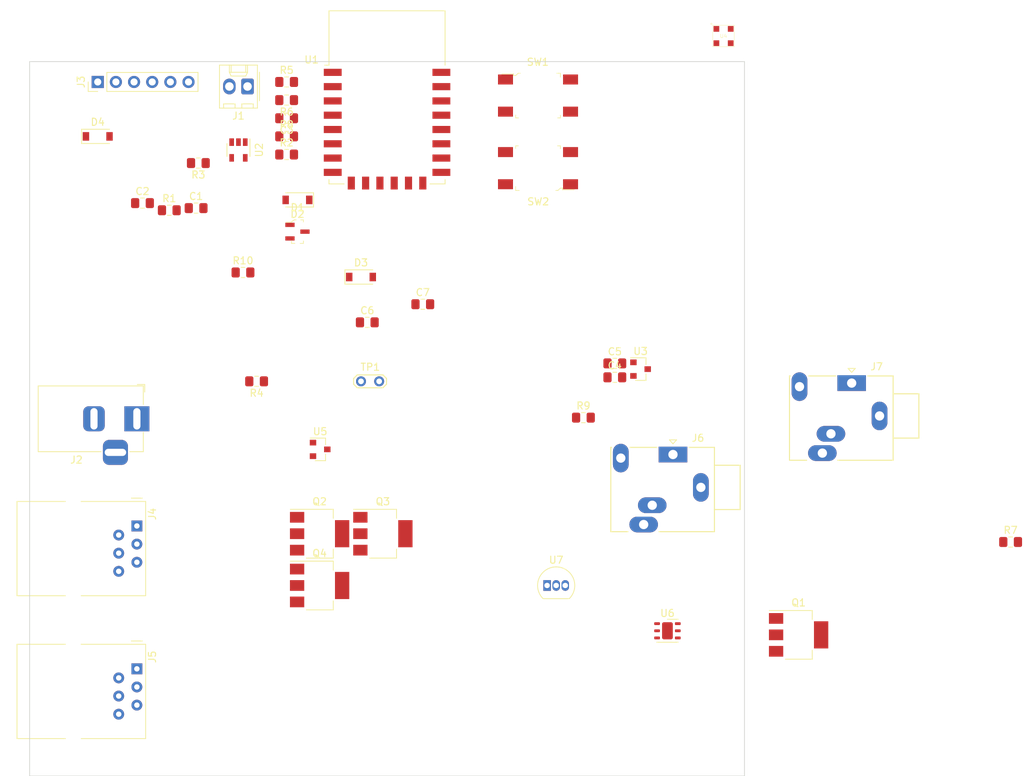
<source format=kicad_pcb>
(kicad_pcb (version 20171130) (host pcbnew 5.0.2-1.fc29)

  (general
    (thickness 1.6)
    (drawings 4)
    (tracks 0)
    (zones 0)
    (modules 42)
    (nets 77)
  )

  (page A4)
  (layers
    (0 F.Cu signal)
    (31 B.Cu signal)
    (32 B.Adhes user)
    (33 F.Adhes user)
    (34 B.Paste user)
    (35 F.Paste user)
    (36 B.SilkS user)
    (37 F.SilkS user)
    (38 B.Mask user)
    (39 F.Mask user)
    (40 Dwgs.User user)
    (41 Cmts.User user)
    (42 Eco1.User user)
    (43 Eco2.User user)
    (44 Edge.Cuts user)
    (45 Margin user)
    (46 B.CrtYd user)
    (47 F.CrtYd user)
    (48 B.Fab user)
    (49 F.Fab user)
  )

  (setup
    (last_trace_width 0.25)
    (trace_clearance 0.2)
    (zone_clearance 0.508)
    (zone_45_only no)
    (trace_min 0.2)
    (segment_width 0.2)
    (edge_width 0.1)
    (via_size 0.8)
    (via_drill 0.4)
    (via_min_size 0.4)
    (via_min_drill 0.3)
    (uvia_size 0.3)
    (uvia_drill 0.1)
    (uvias_allowed no)
    (uvia_min_size 0.2)
    (uvia_min_drill 0.1)
    (pcb_text_width 0.3)
    (pcb_text_size 1.5 1.5)
    (mod_edge_width 0.15)
    (mod_text_size 1 1)
    (mod_text_width 0.15)
    (pad_size 1.5 1.5)
    (pad_drill 0.6)
    (pad_to_mask_clearance 0)
    (solder_mask_min_width 0.25)
    (aux_axis_origin 0 0)
    (grid_origin 78 162)
    (visible_elements FFFFEF7F)
    (pcbplotparams
      (layerselection 0x010fc_ffffffff)
      (usegerberextensions false)
      (usegerberattributes false)
      (usegerberadvancedattributes false)
      (creategerberjobfile false)
      (excludeedgelayer true)
      (linewidth 0.100000)
      (plotframeref false)
      (viasonmask false)
      (mode 1)
      (useauxorigin false)
      (hpglpennumber 1)
      (hpglpenspeed 20)
      (hpglpendiameter 15.000000)
      (psnegative false)
      (psa4output false)
      (plotreference true)
      (plotvalue true)
      (plotinvisibletext false)
      (padsonsilk false)
      (subtractmaskfromsilk false)
      (outputformat 1)
      (mirror false)
      (drillshape 1)
      (scaleselection 1)
      (outputdirectory ""))
  )

  (net 0 "")
  (net 1 GND)
  (net 2 /MCP73831/VIN)
  (net 3 +3V3)
  (net 4 "Net-(R2-Pad1)")
  (net 5 "Net-(R3-Pad1)")
  (net 6 "Net-(U1-Pad9)")
  (net 7 "Net-(U1-Pad10)")
  (net 8 "Net-(U1-Pad11)")
  (net 9 "Net-(U1-Pad12)")
  (net 10 "Net-(U1-Pad13)")
  (net 11 "Net-(U1-Pad14)")
  (net 12 "Net-(Q1-Pad2)")
  (net 13 "Net-(Q1-Pad3)")
  (net 14 "Net-(Q1-Pad1)")
  (net 15 "Net-(U6-Pad7)")
  (net 16 "Net-(U6-Pad1)")
  (net 17 "Net-(U6-Pad2)")
  (net 18 "Net-(U6-Pad3)")
  (net 19 "Net-(U6-Pad4)")
  (net 20 "Net-(U6-Pad5)")
  (net 21 "Net-(U6-Pad6)")
  (net 22 /RX)
  (net 23 /TX)
  (net 24 /DTR)
  (net 25 "Net-(Q2-Pad2)")
  (net 26 "Net-(Q2-Pad3)")
  (net 27 "Net-(Q2-Pad1)")
  (net 28 "Net-(Q3-Pad1)")
  (net 29 "Net-(Q3-Pad3)")
  (net 30 "Net-(Q3-Pad2)")
  (net 31 "Net-(Q4-Pad2)")
  (net 32 "Net-(Q4-Pad3)")
  (net 33 "Net-(Q4-Pad1)")
  (net 34 /CTS)
  (net 35 "Net-(J4-Pad1)")
  (net 36 "Net-(J4-Pad2)")
  (net 37 "Net-(J4-Pad3)")
  (net 38 "Net-(J4-Pad4)")
  (net 39 "Net-(J4-Pad5)")
  (net 40 "Net-(J4-Pad6)")
  (net 41 "Net-(J5-Pad6)")
  (net 42 "Net-(J5-Pad5)")
  (net 43 "Net-(J5-Pad4)")
  (net 44 "Net-(J5-Pad3)")
  (net 45 "Net-(J5-Pad2)")
  (net 46 "Net-(J5-Pad1)")
  (net 47 /VBAT)
  (net 48 /ADC)
  (net 49 /MCP1703-33/VDD)
  (net 50 /MCP1703-50/VDD)
  (net 51 /MCP1703-50/3.3V)
  (net 52 "Net-(D3-Pad2)")
  (net 53 /VCC_FTDI)
  (net 54 +12V)
  (net 55 "Net-(J6-PadRN)")
  (net 56 "Net-(J6-PadTN)")
  (net 57 /IO2)
  (net 58 "Net-(J7-PadTN)")
  (net 59 "Net-(J7-PadRN)")
  (net 60 /MCP73831/V_STATUS)
  (net 61 /RST)
  (net 62 /EN)
  (net 63 /SDA)
  (net 64 /SCL)
  (net 65 "Net-(R10-Pad2)")
  (net 66 "Net-(U4-Pad1)")
  (net 67 "Net-(U4-Pad2)")
  (net 68 "Net-(U4-Pad3)")
  (net 69 "Net-(U4-Pad4)")
  (net 70 /IO14)
  (net 71 /IO12)
  (net 72 /IO13)
  (net 73 /IO15)
  (net 74 "Net-(U7-Pad2)")
  (net 75 "Net-(U7-Pad3)")
  (net 76 "Net-(U7-Pad1)")

  (net_class Default "This is the default net class."
    (clearance 0.2)
    (trace_width 0.25)
    (via_dia 0.8)
    (via_drill 0.4)
    (uvia_dia 0.3)
    (uvia_drill 0.1)
    (add_net +12V)
    (add_net +3V3)
    (add_net /ADC)
    (add_net /CTS)
    (add_net /DTR)
    (add_net /EN)
    (add_net /IO12)
    (add_net /IO13)
    (add_net /IO14)
    (add_net /IO15)
    (add_net /IO2)
    (add_net /MCP1703-33/VDD)
    (add_net /MCP1703-50/3.3V)
    (add_net /MCP1703-50/VDD)
    (add_net /MCP73831/VIN)
    (add_net /MCP73831/V_STATUS)
    (add_net /RST)
    (add_net /RX)
    (add_net /SCL)
    (add_net /SDA)
    (add_net /TX)
    (add_net /VBAT)
    (add_net /VCC_FTDI)
    (add_net GND)
    (add_net "Net-(D3-Pad2)")
    (add_net "Net-(J4-Pad1)")
    (add_net "Net-(J4-Pad2)")
    (add_net "Net-(J4-Pad3)")
    (add_net "Net-(J4-Pad4)")
    (add_net "Net-(J4-Pad5)")
    (add_net "Net-(J4-Pad6)")
    (add_net "Net-(J5-Pad1)")
    (add_net "Net-(J5-Pad2)")
    (add_net "Net-(J5-Pad3)")
    (add_net "Net-(J5-Pad4)")
    (add_net "Net-(J5-Pad5)")
    (add_net "Net-(J5-Pad6)")
    (add_net "Net-(J6-PadRN)")
    (add_net "Net-(J6-PadTN)")
    (add_net "Net-(J7-PadRN)")
    (add_net "Net-(J7-PadTN)")
    (add_net "Net-(Q1-Pad1)")
    (add_net "Net-(Q1-Pad2)")
    (add_net "Net-(Q1-Pad3)")
    (add_net "Net-(Q2-Pad1)")
    (add_net "Net-(Q2-Pad2)")
    (add_net "Net-(Q2-Pad3)")
    (add_net "Net-(Q3-Pad1)")
    (add_net "Net-(Q3-Pad2)")
    (add_net "Net-(Q3-Pad3)")
    (add_net "Net-(Q4-Pad1)")
    (add_net "Net-(Q4-Pad2)")
    (add_net "Net-(Q4-Pad3)")
    (add_net "Net-(R10-Pad2)")
    (add_net "Net-(R2-Pad1)")
    (add_net "Net-(R3-Pad1)")
    (add_net "Net-(U1-Pad10)")
    (add_net "Net-(U1-Pad11)")
    (add_net "Net-(U1-Pad12)")
    (add_net "Net-(U1-Pad13)")
    (add_net "Net-(U1-Pad14)")
    (add_net "Net-(U1-Pad9)")
    (add_net "Net-(U4-Pad1)")
    (add_net "Net-(U4-Pad2)")
    (add_net "Net-(U4-Pad3)")
    (add_net "Net-(U4-Pad4)")
    (add_net "Net-(U6-Pad1)")
    (add_net "Net-(U6-Pad2)")
    (add_net "Net-(U6-Pad3)")
    (add_net "Net-(U6-Pad4)")
    (add_net "Net-(U6-Pad5)")
    (add_net "Net-(U6-Pad6)")
    (add_net "Net-(U6-Pad7)")
    (add_net "Net-(U7-Pad1)")
    (add_net "Net-(U7-Pad2)")
    (add_net "Net-(U7-Pad3)")
  )

  (module Package_TO_SOT_THT:TO-92_Inline (layer F.Cu) (tedit 5A1DD157) (tstamp 5C54EDED)
    (at 150.39 135.33)
    (descr "TO-92 leads in-line, narrow, oval pads, drill 0.75mm (see NXP sot054_po.pdf)")
    (tags "to-92 sc-43 sc-43a sot54 PA33 transistor")
    (path /5C3F9182)
    (fp_text reference U7 (at 1.27 -3.56) (layer F.SilkS)
      (effects (font (size 1 1) (thickness 0.15)))
    )
    (fp_text value DS18B20 (at 1.27 2.79) (layer F.Fab)
      (effects (font (size 1 1) (thickness 0.15)))
    )
    (fp_text user %R (at 1.27 -3.56) (layer F.Fab)
      (effects (font (size 1 1) (thickness 0.15)))
    )
    (fp_line (start -0.53 1.85) (end 3.07 1.85) (layer F.SilkS) (width 0.12))
    (fp_line (start -0.5 1.75) (end 3 1.75) (layer F.Fab) (width 0.1))
    (fp_line (start -1.46 -2.73) (end 4 -2.73) (layer F.CrtYd) (width 0.05))
    (fp_line (start -1.46 -2.73) (end -1.46 2.01) (layer F.CrtYd) (width 0.05))
    (fp_line (start 4 2.01) (end 4 -2.73) (layer F.CrtYd) (width 0.05))
    (fp_line (start 4 2.01) (end -1.46 2.01) (layer F.CrtYd) (width 0.05))
    (fp_arc (start 1.27 0) (end 1.27 -2.48) (angle 135) (layer F.Fab) (width 0.1))
    (fp_arc (start 1.27 0) (end 1.27 -2.6) (angle -135) (layer F.SilkS) (width 0.12))
    (fp_arc (start 1.27 0) (end 1.27 -2.48) (angle -135) (layer F.Fab) (width 0.1))
    (fp_arc (start 1.27 0) (end 1.27 -2.6) (angle 135) (layer F.SilkS) (width 0.12))
    (pad 2 thru_hole oval (at 1.27 0) (size 1.05 1.5) (drill 0.75) (layers *.Cu *.Mask)
      (net 74 "Net-(U7-Pad2)"))
    (pad 3 thru_hole oval (at 2.54 0) (size 1.05 1.5) (drill 0.75) (layers *.Cu *.Mask)
      (net 75 "Net-(U7-Pad3)"))
    (pad 1 thru_hole rect (at 0 0) (size 1.05 1.5) (drill 0.75) (layers *.Cu *.Mask)
      (net 76 "Net-(U7-Pad1)"))
    (model ${KISYS3DMOD}/Package_TO_SOT_THT.3dshapes/TO-92_Inline.wrl
      (at (xyz 0 0 0))
      (scale (xyz 1 1 1))
      (rotate (xyz 0 0 0))
    )
  )

  (module Capacitor_SMD:C_0805_2012Metric_Pad1.15x1.40mm_HandSolder (layer F.Cu) (tedit 5B36C52B) (tstamp 5C54CDCE)
    (at 101.285001 82.505001)
    (descr "Capacitor SMD 0805 (2012 Metric), square (rectangular) end terminal, IPC_7351 nominal with elongated pad for handsoldering. (Body size source: https://docs.google.com/spreadsheets/d/1BsfQQcO9C6DZCsRaXUlFlo91Tg2WpOkGARC1WS5S8t0/edit?usp=sharing), generated with kicad-footprint-generator")
    (tags "capacitor handsolder")
    (path /5C3A17E5/5C39B517)
    (attr smd)
    (fp_text reference C1 (at 0 -1.65) (layer F.SilkS)
      (effects (font (size 1 1) (thickness 0.15)))
    )
    (fp_text value 10uF (at 0 1.65) (layer F.Fab)
      (effects (font (size 1 1) (thickness 0.15)))
    )
    (fp_text user %R (at 0 0) (layer F.Fab)
      (effects (font (size 0.5 0.5) (thickness 0.08)))
    )
    (fp_line (start 1.85 0.95) (end -1.85 0.95) (layer F.CrtYd) (width 0.05))
    (fp_line (start 1.85 -0.95) (end 1.85 0.95) (layer F.CrtYd) (width 0.05))
    (fp_line (start -1.85 -0.95) (end 1.85 -0.95) (layer F.CrtYd) (width 0.05))
    (fp_line (start -1.85 0.95) (end -1.85 -0.95) (layer F.CrtYd) (width 0.05))
    (fp_line (start -0.261252 0.71) (end 0.261252 0.71) (layer F.SilkS) (width 0.12))
    (fp_line (start -0.261252 -0.71) (end 0.261252 -0.71) (layer F.SilkS) (width 0.12))
    (fp_line (start 1 0.6) (end -1 0.6) (layer F.Fab) (width 0.1))
    (fp_line (start 1 -0.6) (end 1 0.6) (layer F.Fab) (width 0.1))
    (fp_line (start -1 -0.6) (end 1 -0.6) (layer F.Fab) (width 0.1))
    (fp_line (start -1 0.6) (end -1 -0.6) (layer F.Fab) (width 0.1))
    (pad 2 smd roundrect (at 1.025 0) (size 1.15 1.4) (layers F.Cu F.Paste F.Mask) (roundrect_rratio 0.217391)
      (net 1 GND))
    (pad 1 smd roundrect (at -1.025 0) (size 1.15 1.4) (layers F.Cu F.Paste F.Mask) (roundrect_rratio 0.217391)
      (net 2 /MCP73831/VIN))
    (model ${KISYS3DMOD}/Capacitor_SMD.3dshapes/C_0805_2012Metric.wrl
      (at (xyz 0 0 0))
      (scale (xyz 1 1 1))
      (rotate (xyz 0 0 0))
    )
  )

  (module Capacitor_SMD:C_0805_2012Metric_Pad1.15x1.40mm_HandSolder (layer F.Cu) (tedit 5B36C52B) (tstamp 5C46D4DD)
    (at 93.785001 81.805001)
    (descr "Capacitor SMD 0805 (2012 Metric), square (rectangular) end terminal, IPC_7351 nominal with elongated pad for handsoldering. (Body size source: https://docs.google.com/spreadsheets/d/1BsfQQcO9C6DZCsRaXUlFlo91Tg2WpOkGARC1WS5S8t0/edit?usp=sharing), generated with kicad-footprint-generator")
    (tags "capacitor handsolder")
    (path /5C3A17E5/5C39A116)
    (attr smd)
    (fp_text reference C2 (at 0 -1.65) (layer F.SilkS)
      (effects (font (size 1 1) (thickness 0.15)))
    )
    (fp_text value 10uF (at 0 1.65) (layer F.Fab)
      (effects (font (size 1 1) (thickness 0.15)))
    )
    (fp_line (start -1 0.6) (end -1 -0.6) (layer F.Fab) (width 0.1))
    (fp_line (start -1 -0.6) (end 1 -0.6) (layer F.Fab) (width 0.1))
    (fp_line (start 1 -0.6) (end 1 0.6) (layer F.Fab) (width 0.1))
    (fp_line (start 1 0.6) (end -1 0.6) (layer F.Fab) (width 0.1))
    (fp_line (start -0.261252 -0.71) (end 0.261252 -0.71) (layer F.SilkS) (width 0.12))
    (fp_line (start -0.261252 0.71) (end 0.261252 0.71) (layer F.SilkS) (width 0.12))
    (fp_line (start -1.85 0.95) (end -1.85 -0.95) (layer F.CrtYd) (width 0.05))
    (fp_line (start -1.85 -0.95) (end 1.85 -0.95) (layer F.CrtYd) (width 0.05))
    (fp_line (start 1.85 -0.95) (end 1.85 0.95) (layer F.CrtYd) (width 0.05))
    (fp_line (start 1.85 0.95) (end -1.85 0.95) (layer F.CrtYd) (width 0.05))
    (fp_text user %R (at 0 0) (layer F.Fab)
      (effects (font (size 0.5 0.5) (thickness 0.08)))
    )
    (pad 1 smd roundrect (at -1.025 0) (size 1.15 1.4) (layers F.Cu F.Paste F.Mask) (roundrect_rratio 0.217391)
      (net 47 /VBAT))
    (pad 2 smd roundrect (at 1.025 0) (size 1.15 1.4) (layers F.Cu F.Paste F.Mask) (roundrect_rratio 0.217391)
      (net 1 GND))
    (model ${KISYS3DMOD}/Capacitor_SMD.3dshapes/C_0805_2012Metric.wrl
      (at (xyz 0 0 0))
      (scale (xyz 1 1 1))
      (rotate (xyz 0 0 0))
    )
  )

  (module Capacitor_SMD:C_0805_2012Metric_Pad1.15x1.40mm_HandSolder (layer F.Cu) (tedit 5B36C52B) (tstamp 5C46D4EE)
    (at 113.95 69.925 180)
    (descr "Capacitor SMD 0805 (2012 Metric), square (rectangular) end terminal, IPC_7351 nominal with elongated pad for handsoldering. (Body size source: https://docs.google.com/spreadsheets/d/1BsfQQcO9C6DZCsRaXUlFlo91Tg2WpOkGARC1WS5S8t0/edit?usp=sharing), generated with kicad-footprint-generator")
    (tags "capacitor handsolder")
    (path /5C3A17E5/5C39A4DA)
    (attr smd)
    (fp_text reference C3 (at 0 -1.65 180) (layer F.SilkS)
      (effects (font (size 1 1) (thickness 0.15)))
    )
    (fp_text value 100nF (at 0 1.65 180) (layer F.Fab)
      (effects (font (size 1 1) (thickness 0.15)))
    )
    (fp_line (start -1 0.6) (end -1 -0.6) (layer F.Fab) (width 0.1))
    (fp_line (start -1 -0.6) (end 1 -0.6) (layer F.Fab) (width 0.1))
    (fp_line (start 1 -0.6) (end 1 0.6) (layer F.Fab) (width 0.1))
    (fp_line (start 1 0.6) (end -1 0.6) (layer F.Fab) (width 0.1))
    (fp_line (start -0.261252 -0.71) (end 0.261252 -0.71) (layer F.SilkS) (width 0.12))
    (fp_line (start -0.261252 0.71) (end 0.261252 0.71) (layer F.SilkS) (width 0.12))
    (fp_line (start -1.85 0.95) (end -1.85 -0.95) (layer F.CrtYd) (width 0.05))
    (fp_line (start -1.85 -0.95) (end 1.85 -0.95) (layer F.CrtYd) (width 0.05))
    (fp_line (start 1.85 -0.95) (end 1.85 0.95) (layer F.CrtYd) (width 0.05))
    (fp_line (start 1.85 0.95) (end -1.85 0.95) (layer F.CrtYd) (width 0.05))
    (fp_text user %R (at 0 0 180) (layer F.Fab)
      (effects (font (size 0.5 0.5) (thickness 0.08)))
    )
    (pad 1 smd roundrect (at -1.025 0 180) (size 1.15 1.4) (layers F.Cu F.Paste F.Mask) (roundrect_rratio 0.217391)
      (net 48 /ADC))
    (pad 2 smd roundrect (at 1.025 0 180) (size 1.15 1.4) (layers F.Cu F.Paste F.Mask) (roundrect_rratio 0.217391)
      (net 1 GND))
    (model ${KISYS3DMOD}/Capacitor_SMD.3dshapes/C_0805_2012Metric.wrl
      (at (xyz 0 0 0))
      (scale (xyz 1 1 1))
      (rotate (xyz 0 0 0))
    )
  )

  (module Capacitor_SMD:C_0805_2012Metric_Pad1.15x1.40mm_HandSolder (layer F.Cu) (tedit 5B36C52B) (tstamp 5C46D4FF)
    (at 159.865001 106.195001)
    (descr "Capacitor SMD 0805 (2012 Metric), square (rectangular) end terminal, IPC_7351 nominal with elongated pad for handsoldering. (Body size source: https://docs.google.com/spreadsheets/d/1BsfQQcO9C6DZCsRaXUlFlo91Tg2WpOkGARC1WS5S8t0/edit?usp=sharing), generated with kicad-footprint-generator")
    (tags "capacitor handsolder")
    (path /5C3A2732/5C3997D6)
    (attr smd)
    (fp_text reference C4 (at 0 -1.65) (layer F.SilkS)
      (effects (font (size 1 1) (thickness 0.15)))
    )
    (fp_text value 1uF (at 0 1.65) (layer F.Fab)
      (effects (font (size 1 1) (thickness 0.15)))
    )
    (fp_line (start -1 0.6) (end -1 -0.6) (layer F.Fab) (width 0.1))
    (fp_line (start -1 -0.6) (end 1 -0.6) (layer F.Fab) (width 0.1))
    (fp_line (start 1 -0.6) (end 1 0.6) (layer F.Fab) (width 0.1))
    (fp_line (start 1 0.6) (end -1 0.6) (layer F.Fab) (width 0.1))
    (fp_line (start -0.261252 -0.71) (end 0.261252 -0.71) (layer F.SilkS) (width 0.12))
    (fp_line (start -0.261252 0.71) (end 0.261252 0.71) (layer F.SilkS) (width 0.12))
    (fp_line (start -1.85 0.95) (end -1.85 -0.95) (layer F.CrtYd) (width 0.05))
    (fp_line (start -1.85 -0.95) (end 1.85 -0.95) (layer F.CrtYd) (width 0.05))
    (fp_line (start 1.85 -0.95) (end 1.85 0.95) (layer F.CrtYd) (width 0.05))
    (fp_line (start 1.85 0.95) (end -1.85 0.95) (layer F.CrtYd) (width 0.05))
    (fp_text user %R (at 0 0) (layer F.Fab)
      (effects (font (size 0.5 0.5) (thickness 0.08)))
    )
    (pad 1 smd roundrect (at -1.025 0) (size 1.15 1.4) (layers F.Cu F.Paste F.Mask) (roundrect_rratio 0.217391)
      (net 1 GND))
    (pad 2 smd roundrect (at 1.025 0) (size 1.15 1.4) (layers F.Cu F.Paste F.Mask) (roundrect_rratio 0.217391)
      (net 49 /MCP1703-33/VDD))
    (model ${KISYS3DMOD}/Capacitor_SMD.3dshapes/C_0805_2012Metric.wrl
      (at (xyz 0 0 0))
      (scale (xyz 1 1 1))
      (rotate (xyz 0 0 0))
    )
  )

  (module Capacitor_SMD:C_0805_2012Metric_Pad1.15x1.40mm_HandSolder (layer F.Cu) (tedit 5B36C52B) (tstamp 5C46D510)
    (at 159.865001 104.245001)
    (descr "Capacitor SMD 0805 (2012 Metric), square (rectangular) end terminal, IPC_7351 nominal with elongated pad for handsoldering. (Body size source: https://docs.google.com/spreadsheets/d/1BsfQQcO9C6DZCsRaXUlFlo91Tg2WpOkGARC1WS5S8t0/edit?usp=sharing), generated with kicad-footprint-generator")
    (tags "capacitor handsolder")
    (path /5C3A2732/5C39965E)
    (attr smd)
    (fp_text reference C5 (at 0 -1.65) (layer F.SilkS)
      (effects (font (size 1 1) (thickness 0.15)))
    )
    (fp_text value 1uF (at 0 1.65) (layer F.Fab)
      (effects (font (size 1 1) (thickness 0.15)))
    )
    (fp_text user %R (at 0 0) (layer F.Fab)
      (effects (font (size 0.5 0.5) (thickness 0.08)))
    )
    (fp_line (start 1.85 0.95) (end -1.85 0.95) (layer F.CrtYd) (width 0.05))
    (fp_line (start 1.85 -0.95) (end 1.85 0.95) (layer F.CrtYd) (width 0.05))
    (fp_line (start -1.85 -0.95) (end 1.85 -0.95) (layer F.CrtYd) (width 0.05))
    (fp_line (start -1.85 0.95) (end -1.85 -0.95) (layer F.CrtYd) (width 0.05))
    (fp_line (start -0.261252 0.71) (end 0.261252 0.71) (layer F.SilkS) (width 0.12))
    (fp_line (start -0.261252 -0.71) (end 0.261252 -0.71) (layer F.SilkS) (width 0.12))
    (fp_line (start 1 0.6) (end -1 0.6) (layer F.Fab) (width 0.1))
    (fp_line (start 1 -0.6) (end 1 0.6) (layer F.Fab) (width 0.1))
    (fp_line (start -1 -0.6) (end 1 -0.6) (layer F.Fab) (width 0.1))
    (fp_line (start -1 0.6) (end -1 -0.6) (layer F.Fab) (width 0.1))
    (pad 2 smd roundrect (at 1.025 0) (size 1.15 1.4) (layers F.Cu F.Paste F.Mask) (roundrect_rratio 0.217391)
      (net 3 +3V3))
    (pad 1 smd roundrect (at -1.025 0) (size 1.15 1.4) (layers F.Cu F.Paste F.Mask) (roundrect_rratio 0.217391)
      (net 1 GND))
    (model ${KISYS3DMOD}/Capacitor_SMD.3dshapes/C_0805_2012Metric.wrl
      (at (xyz 0 0 0))
      (scale (xyz 1 1 1))
      (rotate (xyz 0 0 0))
    )
  )

  (module digikey-footprints:SOT-23-3 (layer F.Cu) (tedit 59D275F3) (tstamp 5C54CE40)
    (at 115.465 85.8)
    (path /5C3A17E5/5C39EFFF)
    (fp_text reference D1 (at 0.025 -3.375) (layer F.SilkS)
      (effects (font (size 1 1) (thickness 0.15)))
    )
    (fp_text value DMP1045U (at 0.025 3.25) (layer F.Fab)
      (effects (font (size 1 1) (thickness 0.15)))
    )
    (fp_line (start -1.825 -1.95) (end 1.825 -1.95) (layer F.CrtYd) (width 0.05))
    (fp_line (start -1.825 -1.95) (end -1.825 1.95) (layer F.CrtYd) (width 0.05))
    (fp_line (start 1.825 1.95) (end -1.825 1.95) (layer F.CrtYd) (width 0.05))
    (fp_line (start 1.825 -1.95) (end 1.825 1.95) (layer F.CrtYd) (width 0.05))
    (fp_line (start -0.175 -1.65) (end -0.45 -1.65) (layer F.SilkS) (width 0.1))
    (fp_line (start -0.45 -1.65) (end -0.825 -1.375) (layer F.SilkS) (width 0.1))
    (fp_line (start -0.825 -1.375) (end -0.825 -1.325) (layer F.SilkS) (width 0.1))
    (fp_line (start -0.825 -1.325) (end -1.6 -1.325) (layer F.SilkS) (width 0.1))
    (fp_line (start -0.7 -1.325) (end -0.7 1.525) (layer F.Fab) (width 0.1))
    (fp_line (start -0.425 -1.525) (end 0.7 -1.525) (layer F.Fab) (width 0.1))
    (fp_line (start -0.425 -1.525) (end -0.7 -1.325) (layer F.Fab) (width 0.1))
    (fp_line (start -0.35 1.65) (end -0.825 1.65) (layer F.SilkS) (width 0.1))
    (fp_line (start -0.825 1.65) (end -0.825 1.3) (layer F.SilkS) (width 0.1))
    (fp_line (start 0.825 1.425) (end 0.825 1.3) (layer F.SilkS) (width 0.1))
    (fp_line (start 0.825 1.35) (end 0.825 1.65) (layer F.SilkS) (width 0.1))
    (fp_line (start 0.825 1.65) (end 0.375 1.65) (layer F.SilkS) (width 0.1))
    (fp_line (start 0.45 -1.65) (end 0.825 -1.65) (layer F.SilkS) (width 0.1))
    (fp_line (start 0.825 -1.65) (end 0.825 -1.35) (layer F.SilkS) (width 0.1))
    (fp_text user %R (at -0.125 0.15) (layer F.Fab)
      (effects (font (size 0.25 0.25) (thickness 0.05)))
    )
    (fp_line (start -0.7 1.52) (end 0.7 1.52) (layer F.Fab) (width 0.1))
    (fp_line (start 0.7 1.52) (end 0.7 -1.52) (layer F.Fab) (width 0.1))
    (pad 3 smd rect (at 1.05 0) (size 1.3 0.6) (layers F.Cu F.Paste F.Mask)
      (net 49 /MCP1703-33/VDD) (solder_mask_margin 0.07))
    (pad 2 smd rect (at -1.05 0.95) (size 1.3 0.6) (layers F.Cu F.Paste F.Mask)
      (net 47 /VBAT) (solder_mask_margin 0.07))
    (pad 1 smd rect (at -1.05 -0.95) (size 1.3 0.6) (layers F.Cu F.Paste F.Mask)
      (net 2 /MCP73831/VIN) (solder_mask_margin 0.07))
  )

  (module Diode_SMD:D_SOD-123 (layer F.Cu) (tedit 58645DC7) (tstamp 5C46D545)
    (at 115.465 81.355 180)
    (descr SOD-123)
    (tags SOD-123)
    (path /5C3A17E5/5C39B397)
    (attr smd)
    (fp_text reference D2 (at 0 -2 180) (layer F.SilkS)
      (effects (font (size 1 1) (thickness 0.15)))
    )
    (fp_text value D_Schottky (at 0 2.1 180) (layer F.Fab)
      (effects (font (size 1 1) (thickness 0.15)))
    )
    (fp_text user %R (at 0 -2 180) (layer F.Fab)
      (effects (font (size 1 1) (thickness 0.15)))
    )
    (fp_line (start -2.25 -1) (end -2.25 1) (layer F.SilkS) (width 0.12))
    (fp_line (start 0.25 0) (end 0.75 0) (layer F.Fab) (width 0.1))
    (fp_line (start 0.25 0.4) (end -0.35 0) (layer F.Fab) (width 0.1))
    (fp_line (start 0.25 -0.4) (end 0.25 0.4) (layer F.Fab) (width 0.1))
    (fp_line (start -0.35 0) (end 0.25 -0.4) (layer F.Fab) (width 0.1))
    (fp_line (start -0.35 0) (end -0.35 0.55) (layer F.Fab) (width 0.1))
    (fp_line (start -0.35 0) (end -0.35 -0.55) (layer F.Fab) (width 0.1))
    (fp_line (start -0.75 0) (end -0.35 0) (layer F.Fab) (width 0.1))
    (fp_line (start -1.4 0.9) (end -1.4 -0.9) (layer F.Fab) (width 0.1))
    (fp_line (start 1.4 0.9) (end -1.4 0.9) (layer F.Fab) (width 0.1))
    (fp_line (start 1.4 -0.9) (end 1.4 0.9) (layer F.Fab) (width 0.1))
    (fp_line (start -1.4 -0.9) (end 1.4 -0.9) (layer F.Fab) (width 0.1))
    (fp_line (start -2.35 -1.15) (end 2.35 -1.15) (layer F.CrtYd) (width 0.05))
    (fp_line (start 2.35 -1.15) (end 2.35 1.15) (layer F.CrtYd) (width 0.05))
    (fp_line (start 2.35 1.15) (end -2.35 1.15) (layer F.CrtYd) (width 0.05))
    (fp_line (start -2.35 -1.15) (end -2.35 1.15) (layer F.CrtYd) (width 0.05))
    (fp_line (start -2.25 1) (end 1.65 1) (layer F.SilkS) (width 0.12))
    (fp_line (start -2.25 -1) (end 1.65 -1) (layer F.SilkS) (width 0.12))
    (pad 1 smd rect (at -1.65 0 180) (size 0.9 1.2) (layers F.Cu F.Paste F.Mask)
      (net 49 /MCP1703-33/VDD))
    (pad 2 smd rect (at 1.65 0 180) (size 0.9 1.2) (layers F.Cu F.Paste F.Mask)
      (net 2 /MCP73831/VIN))
    (model ${KISYS3DMOD}/Diode_SMD.3dshapes/D_SOD-123.wrl
      (at (xyz 0 0 0))
      (scale (xyz 1 1 1))
      (rotate (xyz 0 0 0))
    )
  )

  (module Connector_Molex:Molex_KK-254_AE-6410-02A_1x02_P2.54mm_Vertical (layer F.Cu) (tedit 5B78013E) (tstamp 5C54CD21)
    (at 108.48 65.48 180)
    (descr "Molex KK-254 Interconnect System, old/engineering part number: AE-6410-02A example for new part number: 22-27-2021, 2 Pins (http://www.molex.com/pdm_docs/sd/022272021_sd.pdf), generated with kicad-footprint-generator")
    (tags "connector Molex KK-254 side entry")
    (path /5C3A17E5/5C39C953)
    (fp_text reference J1 (at 1.27 -4.12 180) (layer F.SilkS)
      (effects (font (size 1 1) (thickness 0.15)))
    )
    (fp_text value BATT (at 1.27 4.08 180) (layer F.Fab)
      (effects (font (size 1 1) (thickness 0.15)))
    )
    (fp_line (start -1.27 -2.92) (end -1.27 2.88) (layer F.Fab) (width 0.1))
    (fp_line (start -1.27 2.88) (end 3.81 2.88) (layer F.Fab) (width 0.1))
    (fp_line (start 3.81 2.88) (end 3.81 -2.92) (layer F.Fab) (width 0.1))
    (fp_line (start 3.81 -2.92) (end -1.27 -2.92) (layer F.Fab) (width 0.1))
    (fp_line (start -1.38 -3.03) (end -1.38 2.99) (layer F.SilkS) (width 0.12))
    (fp_line (start -1.38 2.99) (end 3.92 2.99) (layer F.SilkS) (width 0.12))
    (fp_line (start 3.92 2.99) (end 3.92 -3.03) (layer F.SilkS) (width 0.12))
    (fp_line (start 3.92 -3.03) (end -1.38 -3.03) (layer F.SilkS) (width 0.12))
    (fp_line (start -1.67 -2) (end -1.67 2) (layer F.SilkS) (width 0.12))
    (fp_line (start -1.27 -0.5) (end -0.562893 0) (layer F.Fab) (width 0.1))
    (fp_line (start -0.562893 0) (end -1.27 0.5) (layer F.Fab) (width 0.1))
    (fp_line (start 0 2.99) (end 0 1.99) (layer F.SilkS) (width 0.12))
    (fp_line (start 0 1.99) (end 2.54 1.99) (layer F.SilkS) (width 0.12))
    (fp_line (start 2.54 1.99) (end 2.54 2.99) (layer F.SilkS) (width 0.12))
    (fp_line (start 0 1.99) (end 0.25 1.46) (layer F.SilkS) (width 0.12))
    (fp_line (start 0.25 1.46) (end 2.29 1.46) (layer F.SilkS) (width 0.12))
    (fp_line (start 2.29 1.46) (end 2.54 1.99) (layer F.SilkS) (width 0.12))
    (fp_line (start 0.25 2.99) (end 0.25 1.99) (layer F.SilkS) (width 0.12))
    (fp_line (start 2.29 2.99) (end 2.29 1.99) (layer F.SilkS) (width 0.12))
    (fp_line (start -0.8 -3.03) (end -0.8 -2.43) (layer F.SilkS) (width 0.12))
    (fp_line (start -0.8 -2.43) (end 0.8 -2.43) (layer F.SilkS) (width 0.12))
    (fp_line (start 0.8 -2.43) (end 0.8 -3.03) (layer F.SilkS) (width 0.12))
    (fp_line (start 1.74 -3.03) (end 1.74 -2.43) (layer F.SilkS) (width 0.12))
    (fp_line (start 1.74 -2.43) (end 3.34 -2.43) (layer F.SilkS) (width 0.12))
    (fp_line (start 3.34 -2.43) (end 3.34 -3.03) (layer F.SilkS) (width 0.12))
    (fp_line (start -1.77 -3.42) (end -1.77 3.38) (layer F.CrtYd) (width 0.05))
    (fp_line (start -1.77 3.38) (end 4.31 3.38) (layer F.CrtYd) (width 0.05))
    (fp_line (start 4.31 3.38) (end 4.31 -3.42) (layer F.CrtYd) (width 0.05))
    (fp_line (start 4.31 -3.42) (end -1.77 -3.42) (layer F.CrtYd) (width 0.05))
    (fp_text user %R (at 1.27 -2.22 180) (layer F.Fab)
      (effects (font (size 1 1) (thickness 0.15)))
    )
    (pad 1 thru_hole roundrect (at 0 0 180) (size 1.74 2.2) (drill 1.2) (layers *.Cu *.Mask) (roundrect_rratio 0.143678)
      (net 1 GND))
    (pad 2 thru_hole oval (at 2.54 0 180) (size 1.74 2.2) (drill 1.2) (layers *.Cu *.Mask)
      (net 47 /VBAT))
    (model ${KISYS3DMOD}/Connector_Molex.3dshapes/Molex_KK-254_AE-6410-02A_1x02_P2.54mm_Vertical.wrl
      (at (xyz 0 0 0))
      (scale (xyz 1 1 1))
      (rotate (xyz 0 0 0))
    )
  )

  (module Resistor_SMD:R_0805_2012Metric_Pad1.15x1.40mm_HandSolder (layer F.Cu) (tedit 5B36C52B) (tstamp 5C46D57A)
    (at 97.535001 82.805001)
    (descr "Resistor SMD 0805 (2012 Metric), square (rectangular) end terminal, IPC_7351 nominal with elongated pad for handsoldering. (Body size source: https://docs.google.com/spreadsheets/d/1BsfQQcO9C6DZCsRaXUlFlo91Tg2WpOkGARC1WS5S8t0/edit?usp=sharing), generated with kicad-footprint-generator")
    (tags "resistor handsolder")
    (path /5C3A17E5/5C39B49E)
    (attr smd)
    (fp_text reference R1 (at 0 -1.65) (layer F.SilkS)
      (effects (font (size 1 1) (thickness 0.15)))
    )
    (fp_text value 100k (at 0 1.65) (layer F.Fab)
      (effects (font (size 1 1) (thickness 0.15)))
    )
    (fp_text user %R (at 0 0) (layer F.Fab)
      (effects (font (size 0.5 0.5) (thickness 0.08)))
    )
    (fp_line (start 1.85 0.95) (end -1.85 0.95) (layer F.CrtYd) (width 0.05))
    (fp_line (start 1.85 -0.95) (end 1.85 0.95) (layer F.CrtYd) (width 0.05))
    (fp_line (start -1.85 -0.95) (end 1.85 -0.95) (layer F.CrtYd) (width 0.05))
    (fp_line (start -1.85 0.95) (end -1.85 -0.95) (layer F.CrtYd) (width 0.05))
    (fp_line (start -0.261252 0.71) (end 0.261252 0.71) (layer F.SilkS) (width 0.12))
    (fp_line (start -0.261252 -0.71) (end 0.261252 -0.71) (layer F.SilkS) (width 0.12))
    (fp_line (start 1 0.6) (end -1 0.6) (layer F.Fab) (width 0.1))
    (fp_line (start 1 -0.6) (end 1 0.6) (layer F.Fab) (width 0.1))
    (fp_line (start -1 -0.6) (end 1 -0.6) (layer F.Fab) (width 0.1))
    (fp_line (start -1 0.6) (end -1 -0.6) (layer F.Fab) (width 0.1))
    (pad 2 smd roundrect (at 1.025 0) (size 1.15 1.4) (layers F.Cu F.Paste F.Mask) (roundrect_rratio 0.217391)
      (net 1 GND))
    (pad 1 smd roundrect (at -1.025 0) (size 1.15 1.4) (layers F.Cu F.Paste F.Mask) (roundrect_rratio 0.217391)
      (net 2 /MCP73831/VIN))
    (model ${KISYS3DMOD}/Resistor_SMD.3dshapes/R_0805_2012Metric.wrl
      (at (xyz 0 0 0))
      (scale (xyz 1 1 1))
      (rotate (xyz 0 0 0))
    )
  )

  (module Resistor_SMD:R_0805_2012Metric_Pad1.15x1.40mm_HandSolder (layer F.Cu) (tedit 5B36C52B) (tstamp 5C54E1B0)
    (at 113.95 75.005)
    (descr "Resistor SMD 0805 (2012 Metric), square (rectangular) end terminal, IPC_7351 nominal with elongated pad for handsoldering. (Body size source: https://docs.google.com/spreadsheets/d/1BsfQQcO9C6DZCsRaXUlFlo91Tg2WpOkGARC1WS5S8t0/edit?usp=sharing), generated with kicad-footprint-generator")
    (tags "resistor handsolder")
    (path /5C3A17E5/5C39A06A)
    (attr smd)
    (fp_text reference R2 (at 0 -1.65) (layer F.SilkS)
      (effects (font (size 1 1) (thickness 0.15)))
    )
    (fp_text value 10k (at 0 1.65) (layer F.Fab)
      (effects (font (size 1 1) (thickness 0.15)))
    )
    (fp_line (start -1 0.6) (end -1 -0.6) (layer F.Fab) (width 0.1))
    (fp_line (start -1 -0.6) (end 1 -0.6) (layer F.Fab) (width 0.1))
    (fp_line (start 1 -0.6) (end 1 0.6) (layer F.Fab) (width 0.1))
    (fp_line (start 1 0.6) (end -1 0.6) (layer F.Fab) (width 0.1))
    (fp_line (start -0.261252 -0.71) (end 0.261252 -0.71) (layer F.SilkS) (width 0.12))
    (fp_line (start -0.261252 0.71) (end 0.261252 0.71) (layer F.SilkS) (width 0.12))
    (fp_line (start -1.85 0.95) (end -1.85 -0.95) (layer F.CrtYd) (width 0.05))
    (fp_line (start -1.85 -0.95) (end 1.85 -0.95) (layer F.CrtYd) (width 0.05))
    (fp_line (start 1.85 -0.95) (end 1.85 0.95) (layer F.CrtYd) (width 0.05))
    (fp_line (start 1.85 0.95) (end -1.85 0.95) (layer F.CrtYd) (width 0.05))
    (fp_text user %R (at 0 0) (layer F.Fab)
      (effects (font (size 0.5 0.5) (thickness 0.08)))
    )
    (pad 1 smd roundrect (at -1.025 0) (size 1.15 1.4) (layers F.Cu F.Paste F.Mask) (roundrect_rratio 0.217391)
      (net 4 "Net-(R2-Pad1)"))
    (pad 2 smd roundrect (at 1.025 0) (size 1.15 1.4) (layers F.Cu F.Paste F.Mask) (roundrect_rratio 0.217391)
      (net 1 GND))
    (model ${KISYS3DMOD}/Resistor_SMD.3dshapes/R_0805_2012Metric.wrl
      (at (xyz 0 0 0))
      (scale (xyz 1 1 1))
      (rotate (xyz 0 0 0))
    )
  )

  (module Resistor_SMD:R_0805_2012Metric_Pad1.15x1.40mm_HandSolder (layer F.Cu) (tedit 5B36C52B) (tstamp 5C46D59C)
    (at 101.6 76.2 180)
    (descr "Resistor SMD 0805 (2012 Metric), square (rectangular) end terminal, IPC_7351 nominal with elongated pad for handsoldering. (Body size source: https://docs.google.com/spreadsheets/d/1BsfQQcO9C6DZCsRaXUlFlo91Tg2WpOkGARC1WS5S8t0/edit?usp=sharing), generated with kicad-footprint-generator")
    (tags "resistor handsolder")
    (path /5C3A17E5/5C39A223)
    (attr smd)
    (fp_text reference R3 (at 0 -1.65 180) (layer F.SilkS)
      (effects (font (size 1 1) (thickness 0.15)))
    )
    (fp_text value 10k (at 0 1.65 180) (layer F.Fab)
      (effects (font (size 1 1) (thickness 0.15)))
    )
    (fp_text user %R (at 0 0 180) (layer F.Fab)
      (effects (font (size 0.5 0.5) (thickness 0.08)))
    )
    (fp_line (start 1.85 0.95) (end -1.85 0.95) (layer F.CrtYd) (width 0.05))
    (fp_line (start 1.85 -0.95) (end 1.85 0.95) (layer F.CrtYd) (width 0.05))
    (fp_line (start -1.85 -0.95) (end 1.85 -0.95) (layer F.CrtYd) (width 0.05))
    (fp_line (start -1.85 0.95) (end -1.85 -0.95) (layer F.CrtYd) (width 0.05))
    (fp_line (start -0.261252 0.71) (end 0.261252 0.71) (layer F.SilkS) (width 0.12))
    (fp_line (start -0.261252 -0.71) (end 0.261252 -0.71) (layer F.SilkS) (width 0.12))
    (fp_line (start 1 0.6) (end -1 0.6) (layer F.Fab) (width 0.1))
    (fp_line (start 1 -0.6) (end 1 0.6) (layer F.Fab) (width 0.1))
    (fp_line (start -1 -0.6) (end 1 -0.6) (layer F.Fab) (width 0.1))
    (fp_line (start -1 0.6) (end -1 -0.6) (layer F.Fab) (width 0.1))
    (pad 2 smd roundrect (at 1.025 0 180) (size 1.15 1.4) (layers F.Cu F.Paste F.Mask) (roundrect_rratio 0.217391)
      (net 60 /MCP73831/V_STATUS))
    (pad 1 smd roundrect (at -1.025 0 180) (size 1.15 1.4) (layers F.Cu F.Paste F.Mask) (roundrect_rratio 0.217391)
      (net 5 "Net-(R3-Pad1)"))
    (model ${KISYS3DMOD}/Resistor_SMD.3dshapes/R_0805_2012Metric.wrl
      (at (xyz 0 0 0))
      (scale (xyz 1 1 1))
      (rotate (xyz 0 0 0))
    )
  )

  (module Resistor_SMD:R_0805_2012Metric_Pad1.15x1.40mm_HandSolder (layer F.Cu) (tedit 5B36C52B) (tstamp 5C46D5AD)
    (at 109.75 106.755 180)
    (descr "Resistor SMD 0805 (2012 Metric), square (rectangular) end terminal, IPC_7351 nominal with elongated pad for handsoldering. (Body size source: https://docs.google.com/spreadsheets/d/1BsfQQcO9C6DZCsRaXUlFlo91Tg2WpOkGARC1WS5S8t0/edit?usp=sharing), generated with kicad-footprint-generator")
    (tags "resistor handsolder")
    (path /5C3A17E5/5C39A2A7)
    (attr smd)
    (fp_text reference R4 (at 0 -1.65 180) (layer F.SilkS)
      (effects (font (size 1 1) (thickness 0.15)))
    )
    (fp_text value 10k (at 0 1.65 180) (layer F.Fab)
      (effects (font (size 1 1) (thickness 0.15)))
    )
    (fp_line (start -1 0.6) (end -1 -0.6) (layer F.Fab) (width 0.1))
    (fp_line (start -1 -0.6) (end 1 -0.6) (layer F.Fab) (width 0.1))
    (fp_line (start 1 -0.6) (end 1 0.6) (layer F.Fab) (width 0.1))
    (fp_line (start 1 0.6) (end -1 0.6) (layer F.Fab) (width 0.1))
    (fp_line (start -0.261252 -0.71) (end 0.261252 -0.71) (layer F.SilkS) (width 0.12))
    (fp_line (start -0.261252 0.71) (end 0.261252 0.71) (layer F.SilkS) (width 0.12))
    (fp_line (start -1.85 0.95) (end -1.85 -0.95) (layer F.CrtYd) (width 0.05))
    (fp_line (start -1.85 -0.95) (end 1.85 -0.95) (layer F.CrtYd) (width 0.05))
    (fp_line (start 1.85 -0.95) (end 1.85 0.95) (layer F.CrtYd) (width 0.05))
    (fp_line (start 1.85 0.95) (end -1.85 0.95) (layer F.CrtYd) (width 0.05))
    (fp_text user %R (at 0 0 180) (layer F.Fab)
      (effects (font (size 0.5 0.5) (thickness 0.08)))
    )
    (pad 1 smd roundrect (at -1.025 0 180) (size 1.15 1.4) (layers F.Cu F.Paste F.Mask) (roundrect_rratio 0.217391)
      (net 60 /MCP73831/V_STATUS))
    (pad 2 smd roundrect (at 1.025 0 180) (size 1.15 1.4) (layers F.Cu F.Paste F.Mask) (roundrect_rratio 0.217391)
      (net 2 /MCP73831/VIN))
    (model ${KISYS3DMOD}/Resistor_SMD.3dshapes/R_0805_2012Metric.wrl
      (at (xyz 0 0 0))
      (scale (xyz 1 1 1))
      (rotate (xyz 0 0 0))
    )
  )

  (module Resistor_SMD:R_0805_2012Metric_Pad1.15x1.40mm_HandSolder (layer F.Cu) (tedit 5B36C52B) (tstamp 5C46D5BE)
    (at 113.95 64.845)
    (descr "Resistor SMD 0805 (2012 Metric), square (rectangular) end terminal, IPC_7351 nominal with elongated pad for handsoldering. (Body size source: https://docs.google.com/spreadsheets/d/1BsfQQcO9C6DZCsRaXUlFlo91Tg2WpOkGARC1WS5S8t0/edit?usp=sharing), generated with kicad-footprint-generator")
    (tags "resistor handsolder")
    (path /5C3A17E5/5C39A410)
    (attr smd)
    (fp_text reference R5 (at 0 -1.65) (layer F.SilkS)
      (effects (font (size 1 1) (thickness 0.15)))
    )
    (fp_text value 1M (at 0 1.65) (layer F.Fab)
      (effects (font (size 1 1) (thickness 0.15)))
    )
    (fp_text user %R (at 0 0) (layer F.Fab)
      (effects (font (size 0.5 0.5) (thickness 0.08)))
    )
    (fp_line (start 1.85 0.95) (end -1.85 0.95) (layer F.CrtYd) (width 0.05))
    (fp_line (start 1.85 -0.95) (end 1.85 0.95) (layer F.CrtYd) (width 0.05))
    (fp_line (start -1.85 -0.95) (end 1.85 -0.95) (layer F.CrtYd) (width 0.05))
    (fp_line (start -1.85 0.95) (end -1.85 -0.95) (layer F.CrtYd) (width 0.05))
    (fp_line (start -0.261252 0.71) (end 0.261252 0.71) (layer F.SilkS) (width 0.12))
    (fp_line (start -0.261252 -0.71) (end 0.261252 -0.71) (layer F.SilkS) (width 0.12))
    (fp_line (start 1 0.6) (end -1 0.6) (layer F.Fab) (width 0.1))
    (fp_line (start 1 -0.6) (end 1 0.6) (layer F.Fab) (width 0.1))
    (fp_line (start -1 -0.6) (end 1 -0.6) (layer F.Fab) (width 0.1))
    (fp_line (start -1 0.6) (end -1 -0.6) (layer F.Fab) (width 0.1))
    (pad 2 smd roundrect (at 1.025 0) (size 1.15 1.4) (layers F.Cu F.Paste F.Mask) (roundrect_rratio 0.217391)
      (net 48 /ADC))
    (pad 1 smd roundrect (at -1.025 0) (size 1.15 1.4) (layers F.Cu F.Paste F.Mask) (roundrect_rratio 0.217391)
      (net 47 /VBAT))
    (model ${KISYS3DMOD}/Resistor_SMD.3dshapes/R_0805_2012Metric.wrl
      (at (xyz 0 0 0))
      (scale (xyz 1 1 1))
      (rotate (xyz 0 0 0))
    )
  )

  (module Resistor_SMD:R_0805_2012Metric_Pad1.15x1.40mm_HandSolder (layer F.Cu) (tedit 5B36C52B) (tstamp 5C54CF2B)
    (at 113.95 67.385 180)
    (descr "Resistor SMD 0805 (2012 Metric), square (rectangular) end terminal, IPC_7351 nominal with elongated pad for handsoldering. (Body size source: https://docs.google.com/spreadsheets/d/1BsfQQcO9C6DZCsRaXUlFlo91Tg2WpOkGARC1WS5S8t0/edit?usp=sharing), generated with kicad-footprint-generator")
    (tags "resistor handsolder")
    (path /5C3A17E5/5C39A47A)
    (attr smd)
    (fp_text reference R6 (at 0 -1.65 180) (layer F.SilkS)
      (effects (font (size 1 1) (thickness 0.15)))
    )
    (fp_text value 270k (at 0 1.65 180) (layer F.Fab)
      (effects (font (size 1 1) (thickness 0.15)))
    )
    (fp_line (start -1 0.6) (end -1 -0.6) (layer F.Fab) (width 0.1))
    (fp_line (start -1 -0.6) (end 1 -0.6) (layer F.Fab) (width 0.1))
    (fp_line (start 1 -0.6) (end 1 0.6) (layer F.Fab) (width 0.1))
    (fp_line (start 1 0.6) (end -1 0.6) (layer F.Fab) (width 0.1))
    (fp_line (start -0.261252 -0.71) (end 0.261252 -0.71) (layer F.SilkS) (width 0.12))
    (fp_line (start -0.261252 0.71) (end 0.261252 0.71) (layer F.SilkS) (width 0.12))
    (fp_line (start -1.85 0.95) (end -1.85 -0.95) (layer F.CrtYd) (width 0.05))
    (fp_line (start -1.85 -0.95) (end 1.85 -0.95) (layer F.CrtYd) (width 0.05))
    (fp_line (start 1.85 -0.95) (end 1.85 0.95) (layer F.CrtYd) (width 0.05))
    (fp_line (start 1.85 0.95) (end -1.85 0.95) (layer F.CrtYd) (width 0.05))
    (fp_text user %R (at 0 0 180) (layer F.Fab)
      (effects (font (size 0.5 0.5) (thickness 0.08)))
    )
    (pad 1 smd roundrect (at -1.025 0 180) (size 1.15 1.4) (layers F.Cu F.Paste F.Mask) (roundrect_rratio 0.217391)
      (net 48 /ADC))
    (pad 2 smd roundrect (at 1.025 0 180) (size 1.15 1.4) (layers F.Cu F.Paste F.Mask) (roundrect_rratio 0.217391)
      (net 1 GND))
    (model ${KISYS3DMOD}/Resistor_SMD.3dshapes/R_0805_2012Metric.wrl
      (at (xyz 0 0 0))
      (scale (xyz 1 1 1))
      (rotate (xyz 0 0 0))
    )
  )

  (module Package_TO_SOT_SMD:SOT-23-5 (layer F.Cu) (tedit 5A02FF57) (tstamp 5C54E156)
    (at 107.21 74.37 270)
    (descr "5-pin SOT23 package")
    (tags SOT-23-5)
    (path /5C3A17E5/5C399FDA)
    (attr smd)
    (fp_text reference U2 (at 0 -2.9 270) (layer F.SilkS)
      (effects (font (size 1 1) (thickness 0.15)))
    )
    (fp_text value MCP73831-2 (at 0 2.9 270) (layer F.Fab)
      (effects (font (size 1 1) (thickness 0.15)))
    )
    (fp_text user %R (at 0 0) (layer F.Fab)
      (effects (font (size 0.5 0.5) (thickness 0.075)))
    )
    (fp_line (start -0.9 1.61) (end 0.9 1.61) (layer F.SilkS) (width 0.12))
    (fp_line (start 0.9 -1.61) (end -1.55 -1.61) (layer F.SilkS) (width 0.12))
    (fp_line (start -1.9 -1.8) (end 1.9 -1.8) (layer F.CrtYd) (width 0.05))
    (fp_line (start 1.9 -1.8) (end 1.9 1.8) (layer F.CrtYd) (width 0.05))
    (fp_line (start 1.9 1.8) (end -1.9 1.8) (layer F.CrtYd) (width 0.05))
    (fp_line (start -1.9 1.8) (end -1.9 -1.8) (layer F.CrtYd) (width 0.05))
    (fp_line (start -0.9 -0.9) (end -0.25 -1.55) (layer F.Fab) (width 0.1))
    (fp_line (start 0.9 -1.55) (end -0.25 -1.55) (layer F.Fab) (width 0.1))
    (fp_line (start -0.9 -0.9) (end -0.9 1.55) (layer F.Fab) (width 0.1))
    (fp_line (start 0.9 1.55) (end -0.9 1.55) (layer F.Fab) (width 0.1))
    (fp_line (start 0.9 -1.55) (end 0.9 1.55) (layer F.Fab) (width 0.1))
    (pad 1 smd rect (at -1.1 -0.95 270) (size 1.06 0.65) (layers F.Cu F.Paste F.Mask)
      (net 5 "Net-(R3-Pad1)"))
    (pad 2 smd rect (at -1.1 0 270) (size 1.06 0.65) (layers F.Cu F.Paste F.Mask)
      (net 1 GND))
    (pad 3 smd rect (at -1.1 0.95 270) (size 1.06 0.65) (layers F.Cu F.Paste F.Mask)
      (net 47 /VBAT))
    (pad 4 smd rect (at 1.1 0.95 270) (size 1.06 0.65) (layers F.Cu F.Paste F.Mask)
      (net 2 /MCP73831/VIN))
    (pad 5 smd rect (at 1.1 -0.95 270) (size 1.06 0.65) (layers F.Cu F.Paste F.Mask)
      (net 4 "Net-(R2-Pad1)"))
    (model ${KISYS3DMOD}/Package_TO_SOT_SMD.3dshapes/SOT-23-5.wrl
      (at (xyz 0 0 0))
      (scale (xyz 1 1 1))
      (rotate (xyz 0 0 0))
    )
  )

  (module Package_TO_SOT_SMD:SOT-23 (layer F.Cu) (tedit 5A02FF57) (tstamp 5C46D638)
    (at 163.465001 105.045001)
    (descr "SOT-23, Standard")
    (tags SOT-23)
    (path /5C3A2732/5C3998E1)
    (attr smd)
    (fp_text reference U3 (at 0 -2.5) (layer F.SilkS)
      (effects (font (size 1 1) (thickness 0.15)))
    )
    (fp_text value MCP1703A-3302_SOT23 (at 0 2.5) (layer F.Fab)
      (effects (font (size 1 1) (thickness 0.15)))
    )
    (fp_text user %R (at 0 0 90) (layer F.Fab)
      (effects (font (size 0.5 0.5) (thickness 0.075)))
    )
    (fp_line (start -0.7 -0.95) (end -0.7 1.5) (layer F.Fab) (width 0.1))
    (fp_line (start -0.15 -1.52) (end 0.7 -1.52) (layer F.Fab) (width 0.1))
    (fp_line (start -0.7 -0.95) (end -0.15 -1.52) (layer F.Fab) (width 0.1))
    (fp_line (start 0.7 -1.52) (end 0.7 1.52) (layer F.Fab) (width 0.1))
    (fp_line (start -0.7 1.52) (end 0.7 1.52) (layer F.Fab) (width 0.1))
    (fp_line (start 0.76 1.58) (end 0.76 0.65) (layer F.SilkS) (width 0.12))
    (fp_line (start 0.76 -1.58) (end 0.76 -0.65) (layer F.SilkS) (width 0.12))
    (fp_line (start -1.7 -1.75) (end 1.7 -1.75) (layer F.CrtYd) (width 0.05))
    (fp_line (start 1.7 -1.75) (end 1.7 1.75) (layer F.CrtYd) (width 0.05))
    (fp_line (start 1.7 1.75) (end -1.7 1.75) (layer F.CrtYd) (width 0.05))
    (fp_line (start -1.7 1.75) (end -1.7 -1.75) (layer F.CrtYd) (width 0.05))
    (fp_line (start 0.76 -1.58) (end -1.4 -1.58) (layer F.SilkS) (width 0.12))
    (fp_line (start 0.76 1.58) (end -0.7 1.58) (layer F.SilkS) (width 0.12))
    (pad 1 smd rect (at -1 -0.95) (size 0.9 0.8) (layers F.Cu F.Paste F.Mask)
      (net 1 GND))
    (pad 2 smd rect (at -1 0.95) (size 0.9 0.8) (layers F.Cu F.Paste F.Mask)
      (net 3 +3V3))
    (pad 3 smd rect (at 1 0) (size 0.9 0.8) (layers F.Cu F.Paste F.Mask)
      (net 49 /MCP1703-33/VDD))
    (model ${KISYS3DMOD}/Package_TO_SOT_SMD.3dshapes/SOT-23.wrl
      (at (xyz 0 0 0))
      (scale (xyz 1 1 1))
      (rotate (xyz 0 0 0))
    )
  )

  (module RF_Module:ESP-12E (layer F.Cu) (tedit 5A030172) (tstamp 5C52778A)
    (at 128 67)
    (descr "Wi-Fi Module, http://wiki.ai-thinker.com/_media/esp8266/docs/aithinker_esp_12f_datasheet_en.pdf")
    (tags "Wi-Fi Module")
    (path /5C3A364D)
    (attr smd)
    (fp_text reference U1 (at -10.56 -5.26) (layer F.SilkS)
      (effects (font (size 1 1) (thickness 0.15)))
    )
    (fp_text value ESP-12E (at -0.06 -12.78) (layer F.Fab)
      (effects (font (size 1 1) (thickness 0.15)))
    )
    (fp_text user Antenna (at -0.06 -7 180) (layer Cmts.User)
      (effects (font (size 1 1) (thickness 0.15)))
    )
    (fp_text user "KEEP-OUT ZONE" (at 0.03 -9.55 180) (layer Cmts.User)
      (effects (font (size 1 1) (thickness 0.15)))
    )
    (fp_text user %R (at 0.49 -0.8) (layer F.Fab)
      (effects (font (size 1 1) (thickness 0.15)))
    )
    (fp_line (start -8 -12) (end 8 -12) (layer F.Fab) (width 0.12))
    (fp_line (start 8 -12) (end 8 12) (layer F.Fab) (width 0.12))
    (fp_line (start 8 12) (end -8 12) (layer F.Fab) (width 0.12))
    (fp_line (start -8 12) (end -8 -3) (layer F.Fab) (width 0.12))
    (fp_line (start -8 -3) (end -7.5 -3.5) (layer F.Fab) (width 0.12))
    (fp_line (start -7.5 -3.5) (end -8 -4) (layer F.Fab) (width 0.12))
    (fp_line (start -8 -4) (end -8 -12) (layer F.Fab) (width 0.12))
    (fp_line (start -9.05 -12.2) (end 9.05 -12.2) (layer F.CrtYd) (width 0.05))
    (fp_line (start 9.05 -12.2) (end 9.05 13.1) (layer F.CrtYd) (width 0.05))
    (fp_line (start 9.05 13.1) (end -9.05 13.1) (layer F.CrtYd) (width 0.05))
    (fp_line (start -9.05 13.1) (end -9.05 -12.2) (layer F.CrtYd) (width 0.05))
    (fp_line (start -8.12 -12.12) (end 8.12 -12.12) (layer F.SilkS) (width 0.12))
    (fp_line (start 8.12 -12.12) (end 8.12 -4.5) (layer F.SilkS) (width 0.12))
    (fp_line (start 8.12 11.5) (end 8.12 12.12) (layer F.SilkS) (width 0.12))
    (fp_line (start 8.12 12.12) (end 6 12.12) (layer F.SilkS) (width 0.12))
    (fp_line (start -6 12.12) (end -8.12 12.12) (layer F.SilkS) (width 0.12))
    (fp_line (start -8.12 12.12) (end -8.12 11.5) (layer F.SilkS) (width 0.12))
    (fp_line (start -8.12 -4.5) (end -8.12 -12.12) (layer F.SilkS) (width 0.12))
    (fp_line (start -8.12 -4.5) (end -8.73 -4.5) (layer F.SilkS) (width 0.12))
    (fp_line (start -8.12 -12.12) (end 8.12 -12.12) (layer Dwgs.User) (width 0.12))
    (fp_line (start 8.12 -12.12) (end 8.12 -4.8) (layer Dwgs.User) (width 0.12))
    (fp_line (start 8.12 -4.8) (end -8.12 -4.8) (layer Dwgs.User) (width 0.12))
    (fp_line (start -8.12 -4.8) (end -8.12 -12.12) (layer Dwgs.User) (width 0.12))
    (fp_line (start -8.12 -9.12) (end -5.12 -12.12) (layer Dwgs.User) (width 0.12))
    (fp_line (start -8.12 -6.12) (end -2.12 -12.12) (layer Dwgs.User) (width 0.12))
    (fp_line (start -6.44 -4.8) (end 0.88 -12.12) (layer Dwgs.User) (width 0.12))
    (fp_line (start -3.44 -4.8) (end 3.88 -12.12) (layer Dwgs.User) (width 0.12))
    (fp_line (start -0.44 -4.8) (end 6.88 -12.12) (layer Dwgs.User) (width 0.12))
    (fp_line (start 2.56 -4.8) (end 8.12 -10.36) (layer Dwgs.User) (width 0.12))
    (fp_line (start 5.56 -4.8) (end 8.12 -7.36) (layer Dwgs.User) (width 0.12))
    (pad 1 smd rect (at -7.6 -3.5) (size 2.5 1) (layers F.Cu F.Paste F.Mask)
      (net 61 /RST))
    (pad 2 smd rect (at -7.6 -1.5) (size 2.5 1) (layers F.Cu F.Paste F.Mask)
      (net 48 /ADC))
    (pad 3 smd rect (at -7.6 0.5) (size 2.5 1) (layers F.Cu F.Paste F.Mask)
      (net 62 /EN))
    (pad 4 smd rect (at -7.6 2.5) (size 2.5 1) (layers F.Cu F.Paste F.Mask)
      (net 61 /RST))
    (pad 5 smd rect (at -7.6 4.5) (size 2.5 1) (layers F.Cu F.Paste F.Mask)
      (net 70 /IO14))
    (pad 6 smd rect (at -7.6 6.5) (size 2.5 1) (layers F.Cu F.Paste F.Mask)
      (net 71 /IO12))
    (pad 7 smd rect (at -7.6 8.5) (size 2.5 1) (layers F.Cu F.Paste F.Mask)
      (net 72 /IO13))
    (pad 8 smd rect (at -7.6 10.5) (size 2.5 1) (layers F.Cu F.Paste F.Mask)
      (net 3 +3V3))
    (pad 9 smd rect (at -5 12) (size 1 1.8) (layers F.Cu F.Paste F.Mask)
      (net 6 "Net-(U1-Pad9)"))
    (pad 10 smd rect (at -3 12) (size 1 1.8) (layers F.Cu F.Paste F.Mask)
      (net 7 "Net-(U1-Pad10)"))
    (pad 11 smd rect (at -1 12) (size 1 1.8) (layers F.Cu F.Paste F.Mask)
      (net 8 "Net-(U1-Pad11)"))
    (pad 12 smd rect (at 1 12) (size 1 1.8) (layers F.Cu F.Paste F.Mask)
      (net 9 "Net-(U1-Pad12)"))
    (pad 13 smd rect (at 3 12) (size 1 1.8) (layers F.Cu F.Paste F.Mask)
      (net 10 "Net-(U1-Pad13)"))
    (pad 14 smd rect (at 5 12) (size 1 1.8) (layers F.Cu F.Paste F.Mask)
      (net 11 "Net-(U1-Pad14)"))
    (pad 15 smd rect (at 7.6 10.5) (size 2.5 1) (layers F.Cu F.Paste F.Mask)
      (net 1 GND))
    (pad 16 smd rect (at 7.6 8.5) (size 2.5 1) (layers F.Cu F.Paste F.Mask)
      (net 73 /IO15))
    (pad 17 smd rect (at 7.6 6.5) (size 2.5 1) (layers F.Cu F.Paste F.Mask)
      (net 57 /IO2))
    (pad 18 smd rect (at 7.6 4.5) (size 2.5 1) (layers F.Cu F.Paste F.Mask)
      (net 65 "Net-(R10-Pad2)"))
    (pad 19 smd rect (at 7.6 2.5) (size 2.5 1) (layers F.Cu F.Paste F.Mask)
      (net 63 /SDA))
    (pad 20 smd rect (at 7.6 0.5) (size 2.5 1) (layers F.Cu F.Paste F.Mask)
      (net 64 /SCL))
    (pad 21 smd rect (at 7.6 -1.5) (size 2.5 1) (layers F.Cu F.Paste F.Mask)
      (net 22 /RX))
    (pad 22 smd rect (at 7.6 -3.5) (size 2.5 1) (layers F.Cu F.Paste F.Mask)
      (net 23 /TX))
    (model ${KISYS3DMOD}/RF_Module.3dshapes/ESP-12E.wrl
      (at (xyz 0 0 0))
      (scale (xyz 1 1 1))
      (rotate (xyz 0 0 0))
    )
  )

  (module Connector_BarrelJack:BarrelJack_Horizontal (layer F.Cu) (tedit 5A1DBF6A) (tstamp 5C6A22BC)
    (at 93 112)
    (descr "DC Barrel Jack")
    (tags "Power Jack")
    (path /5C3A7497)
    (fp_text reference J2 (at -8.45 5.75) (layer F.SilkS)
      (effects (font (size 1 1) (thickness 0.15)))
    )
    (fp_text value Conn_Coaxial_Power (at -6.2 -5.5) (layer F.Fab)
      (effects (font (size 1 1) (thickness 0.15)))
    )
    (fp_text user %R (at -3 -2.95) (layer F.Fab)
      (effects (font (size 1 1) (thickness 0.15)))
    )
    (fp_line (start -0.003213 -4.505425) (end 0.8 -3.75) (layer F.Fab) (width 0.1))
    (fp_line (start 1.1 -3.75) (end 1.1 -4.8) (layer F.SilkS) (width 0.12))
    (fp_line (start 0.05 -4.8) (end 1.1 -4.8) (layer F.SilkS) (width 0.12))
    (fp_line (start 1 -4.5) (end 1 -4.75) (layer F.CrtYd) (width 0.05))
    (fp_line (start 1 -4.75) (end -14 -4.75) (layer F.CrtYd) (width 0.05))
    (fp_line (start 1 -4.5) (end 1 -2) (layer F.CrtYd) (width 0.05))
    (fp_line (start 1 -2) (end 2 -2) (layer F.CrtYd) (width 0.05))
    (fp_line (start 2 -2) (end 2 2) (layer F.CrtYd) (width 0.05))
    (fp_line (start 2 2) (end 1 2) (layer F.CrtYd) (width 0.05))
    (fp_line (start 1 2) (end 1 4.75) (layer F.CrtYd) (width 0.05))
    (fp_line (start 1 4.75) (end -1 4.75) (layer F.CrtYd) (width 0.05))
    (fp_line (start -1 4.75) (end -1 6.75) (layer F.CrtYd) (width 0.05))
    (fp_line (start -1 6.75) (end -5 6.75) (layer F.CrtYd) (width 0.05))
    (fp_line (start -5 6.75) (end -5 4.75) (layer F.CrtYd) (width 0.05))
    (fp_line (start -5 4.75) (end -14 4.75) (layer F.CrtYd) (width 0.05))
    (fp_line (start -14 4.75) (end -14 -4.75) (layer F.CrtYd) (width 0.05))
    (fp_line (start -5 4.6) (end -13.8 4.6) (layer F.SilkS) (width 0.12))
    (fp_line (start -13.8 4.6) (end -13.8 -4.6) (layer F.SilkS) (width 0.12))
    (fp_line (start 0.9 1.9) (end 0.9 4.6) (layer F.SilkS) (width 0.12))
    (fp_line (start 0.9 4.6) (end -1 4.6) (layer F.SilkS) (width 0.12))
    (fp_line (start -13.8 -4.6) (end 0.9 -4.6) (layer F.SilkS) (width 0.12))
    (fp_line (start 0.9 -4.6) (end 0.9 -2) (layer F.SilkS) (width 0.12))
    (fp_line (start -10.2 -4.5) (end -10.2 4.5) (layer F.Fab) (width 0.1))
    (fp_line (start -13.7 -4.5) (end -13.7 4.5) (layer F.Fab) (width 0.1))
    (fp_line (start -13.7 4.5) (end 0.8 4.5) (layer F.Fab) (width 0.1))
    (fp_line (start 0.8 4.5) (end 0.8 -3.75) (layer F.Fab) (width 0.1))
    (fp_line (start 0 -4.5) (end -13.7 -4.5) (layer F.Fab) (width 0.1))
    (pad 1 thru_hole rect (at 0 0) (size 3.5 3.5) (drill oval 1 3) (layers *.Cu *.Mask)
      (net 54 +12V))
    (pad 2 thru_hole roundrect (at -6 0) (size 3 3.5) (drill oval 1 3) (layers *.Cu *.Mask) (roundrect_rratio 0.25)
      (net 1 GND))
    (pad 3 thru_hole roundrect (at -3 4.7) (size 3.5 3.5) (drill oval 3 1) (layers *.Cu *.Mask) (roundrect_rratio 0.25))
    (model ${KISYS3DMOD}/Connector_BarrelJack.3dshapes/BarrelJack_Horizontal.wrl
      (at (xyz 0 0 0))
      (scale (xyz 1 1 1))
      (rotate (xyz 0 0 0))
    )
  )

  (module Package_TO_SOT_SMD:SOT-223-3_TabPin2 (layer F.Cu) (tedit 5A02FF57) (tstamp 5C47F849)
    (at 185.575001 142.245001)
    (descr "module CMS SOT223 4 pins")
    (tags "CMS SOT")
    (path /5C3A4B25)
    (attr smd)
    (fp_text reference Q1 (at 0 -4.5) (layer F.SilkS)
      (effects (font (size 1 1) (thickness 0.15)))
    )
    (fp_text value BSP75 (at 0 4.5) (layer F.Fab)
      (effects (font (size 1 1) (thickness 0.15)))
    )
    (fp_text user %R (at 0 0.754999 90) (layer F.Fab)
      (effects (font (size 0.8 0.8) (thickness 0.12)))
    )
    (fp_line (start 1.91 3.41) (end 1.91 2.15) (layer F.SilkS) (width 0.12))
    (fp_line (start 1.91 -3.41) (end 1.91 -2.15) (layer F.SilkS) (width 0.12))
    (fp_line (start 4.4 -3.6) (end -4.4 -3.6) (layer F.CrtYd) (width 0.05))
    (fp_line (start 4.4 3.6) (end 4.4 -3.6) (layer F.CrtYd) (width 0.05))
    (fp_line (start -4.4 3.6) (end 4.4 3.6) (layer F.CrtYd) (width 0.05))
    (fp_line (start -4.4 -3.6) (end -4.4 3.6) (layer F.CrtYd) (width 0.05))
    (fp_line (start -1.85 -2.35) (end -0.85 -3.35) (layer F.Fab) (width 0.1))
    (fp_line (start -1.85 -2.35) (end -1.85 3.35) (layer F.Fab) (width 0.1))
    (fp_line (start -1.85 3.41) (end 1.91 3.41) (layer F.SilkS) (width 0.12))
    (fp_line (start -0.85 -3.35) (end 1.85 -3.35) (layer F.Fab) (width 0.1))
    (fp_line (start -4.1 -3.41) (end 1.91 -3.41) (layer F.SilkS) (width 0.12))
    (fp_line (start -1.85 3.35) (end 1.85 3.35) (layer F.Fab) (width 0.1))
    (fp_line (start 1.85 -3.35) (end 1.85 3.35) (layer F.Fab) (width 0.1))
    (pad 2 smd rect (at 3.15 0) (size 2 3.8) (layers F.Cu F.Paste F.Mask)
      (net 12 "Net-(Q1-Pad2)"))
    (pad 2 smd rect (at -3.15 0) (size 2 1.5) (layers F.Cu F.Paste F.Mask)
      (net 12 "Net-(Q1-Pad2)"))
    (pad 3 smd rect (at -3.15 2.3) (size 2 1.5) (layers F.Cu F.Paste F.Mask)
      (net 13 "Net-(Q1-Pad3)"))
    (pad 1 smd rect (at -3.15 -2.3) (size 2 1.5) (layers F.Cu F.Paste F.Mask)
      (net 14 "Net-(Q1-Pad1)"))
    (model ${KISYS3DMOD}/Package_TO_SOT_SMD.3dshapes/SOT-223.wrl
      (at (xyz 0 0 0))
      (scale (xyz 1 1 1))
      (rotate (xyz 0 0 0))
    )
  )

  (module Package_DFN_QFN:DFN-6-1EP_3x3mm_P1mm_EP1.5x2.4mm (layer F.Cu) (tedit 5B30B4F3) (tstamp 5C6A231E)
    (at 167.225001 141.675001)
    (descr "DFN, 6 Pin (https://www.silabs.com/documents/public/data-sheets/Si7020-A20.pdf), generated with kicad-footprint-generator ipc_dfn_qfn_generator.py")
    (tags "DFN DFN_QFN")
    (path /5C3A5AF4)
    (attr smd)
    (fp_text reference U6 (at 0 -2.45) (layer F.SilkS)
      (effects (font (size 1 1) (thickness 0.15)))
    )
    (fp_text value Si7020-A20 (at 0 2.45) (layer F.Fab)
      (effects (font (size 1 1) (thickness 0.15)))
    )
    (fp_line (start 0 -1.61) (end 1.5 -1.61) (layer F.SilkS) (width 0.12))
    (fp_line (start -1.5 1.61) (end 1.5 1.61) (layer F.SilkS) (width 0.12))
    (fp_line (start -0.75 -1.5) (end 1.5 -1.5) (layer F.Fab) (width 0.1))
    (fp_line (start 1.5 -1.5) (end 1.5 1.5) (layer F.Fab) (width 0.1))
    (fp_line (start 1.5 1.5) (end -1.5 1.5) (layer F.Fab) (width 0.1))
    (fp_line (start -1.5 1.5) (end -1.5 -0.75) (layer F.Fab) (width 0.1))
    (fp_line (start -1.5 -0.75) (end -0.75 -1.5) (layer F.Fab) (width 0.1))
    (fp_line (start -2.1 -1.75) (end -2.1 1.75) (layer F.CrtYd) (width 0.05))
    (fp_line (start -2.1 1.75) (end 2.1 1.75) (layer F.CrtYd) (width 0.05))
    (fp_line (start 2.1 1.75) (end 2.1 -1.75) (layer F.CrtYd) (width 0.05))
    (fp_line (start 2.1 -1.75) (end -2.1 -1.75) (layer F.CrtYd) (width 0.05))
    (fp_text user %R (at 0 0) (layer F.Fab)
      (effects (font (size 0.75 0.75) (thickness 0.11)))
    )
    (pad 7 smd roundrect (at 0 0) (size 1.5 2.4) (layers F.Cu F.Mask) (roundrect_rratio 0.166667)
      (net 15 "Net-(U6-Pad7)"))
    (pad "" smd roundrect (at -0.375 -0.6) (size 0.6 0.97) (layers F.Paste) (roundrect_rratio 0.25))
    (pad "" smd roundrect (at -0.375 0.6) (size 0.6 0.97) (layers F.Paste) (roundrect_rratio 0.25))
    (pad "" smd roundrect (at 0.375 -0.6) (size 0.6 0.97) (layers F.Paste) (roundrect_rratio 0.25))
    (pad "" smd roundrect (at 0.375 0.6) (size 0.6 0.97) (layers F.Paste) (roundrect_rratio 0.25))
    (pad 1 smd roundrect (at -1.45 -1) (size 0.8 0.4) (layers F.Cu F.Paste F.Mask) (roundrect_rratio 0.25)
      (net 16 "Net-(U6-Pad1)"))
    (pad 2 smd roundrect (at -1.45 0) (size 0.8 0.4) (layers F.Cu F.Paste F.Mask) (roundrect_rratio 0.25)
      (net 17 "Net-(U6-Pad2)"))
    (pad 3 smd roundrect (at -1.45 1) (size 0.8 0.4) (layers F.Cu F.Paste F.Mask) (roundrect_rratio 0.25)
      (net 18 "Net-(U6-Pad3)"))
    (pad 4 smd roundrect (at 1.45 1) (size 0.8 0.4) (layers F.Cu F.Paste F.Mask) (roundrect_rratio 0.25)
      (net 19 "Net-(U6-Pad4)"))
    (pad 5 smd roundrect (at 1.45 0) (size 0.8 0.4) (layers F.Cu F.Paste F.Mask) (roundrect_rratio 0.25)
      (net 20 "Net-(U6-Pad5)"))
    (pad 6 smd roundrect (at 1.45 -1) (size 0.8 0.4) (layers F.Cu F.Paste F.Mask) (roundrect_rratio 0.25)
      (net 21 "Net-(U6-Pad6)"))
    (model ${KISYS3DMOD}/Package_DFN_QFN.3dshapes/DFN-6-1EP_3x3mm_P1mm_EP1.5x2.4mm.wrl
      (at (xyz 0 0 0))
      (scale (xyz 1 1 1))
      (rotate (xyz 0 0 0))
    )
  )

  (module Connector_PinHeader_2.54mm:PinHeader_1x06_P2.54mm_Vertical (layer F.Cu) (tedit 59FED5CC) (tstamp 5C47FD7D)
    (at 87.525 64.845 90)
    (descr "Through hole straight pin header, 1x06, 2.54mm pitch, single row")
    (tags "Through hole pin header THT 1x06 2.54mm single row")
    (path /5C3A6834)
    (fp_text reference J3 (at 0 -2.33 90) (layer F.SilkS)
      (effects (font (size 1 1) (thickness 0.15)))
    )
    (fp_text value "CONN FT232RL" (at 0 15.03 90) (layer F.Fab)
      (effects (font (size 1 1) (thickness 0.15)))
    )
    (fp_line (start -0.635 -1.27) (end 1.27 -1.27) (layer F.Fab) (width 0.1))
    (fp_line (start 1.27 -1.27) (end 1.27 13.97) (layer F.Fab) (width 0.1))
    (fp_line (start 1.27 13.97) (end -1.27 13.97) (layer F.Fab) (width 0.1))
    (fp_line (start -1.27 13.97) (end -1.27 -0.635) (layer F.Fab) (width 0.1))
    (fp_line (start -1.27 -0.635) (end -0.635 -1.27) (layer F.Fab) (width 0.1))
    (fp_line (start -1.33 14.03) (end 1.33 14.03) (layer F.SilkS) (width 0.12))
    (fp_line (start -1.33 1.27) (end -1.33 14.03) (layer F.SilkS) (width 0.12))
    (fp_line (start 1.33 1.27) (end 1.33 14.03) (layer F.SilkS) (width 0.12))
    (fp_line (start -1.33 1.27) (end 1.33 1.27) (layer F.SilkS) (width 0.12))
    (fp_line (start -1.33 0) (end -1.33 -1.33) (layer F.SilkS) (width 0.12))
    (fp_line (start -1.33 -1.33) (end 0 -1.33) (layer F.SilkS) (width 0.12))
    (fp_line (start -1.8 -1.8) (end -1.8 14.5) (layer F.CrtYd) (width 0.05))
    (fp_line (start -1.8 14.5) (end 1.8 14.5) (layer F.CrtYd) (width 0.05))
    (fp_line (start 1.8 14.5) (end 1.8 -1.8) (layer F.CrtYd) (width 0.05))
    (fp_line (start 1.8 -1.8) (end -1.8 -1.8) (layer F.CrtYd) (width 0.05))
    (fp_text user %R (at 0 6.35 180) (layer F.Fab)
      (effects (font (size 1 1) (thickness 0.15)))
    )
    (pad 1 thru_hole rect (at 0 0 90) (size 1.7 1.7) (drill 1) (layers *.Cu *.Mask)
      (net 1 GND))
    (pad 2 thru_hole oval (at 0 2.54 90) (size 1.7 1.7) (drill 1) (layers *.Cu *.Mask)
      (net 34 /CTS))
    (pad 3 thru_hole oval (at 0 5.08 90) (size 1.7 1.7) (drill 1) (layers *.Cu *.Mask)
      (net 53 /VCC_FTDI))
    (pad 4 thru_hole oval (at 0 7.62 90) (size 1.7 1.7) (drill 1) (layers *.Cu *.Mask)
      (net 22 /RX))
    (pad 5 thru_hole oval (at 0 10.16 90) (size 1.7 1.7) (drill 1) (layers *.Cu *.Mask)
      (net 23 /TX))
    (pad 6 thru_hole oval (at 0 12.7 90) (size 1.7 1.7) (drill 1) (layers *.Cu *.Mask)
      (net 24 /DTR))
    (model ${KISYS3DMOD}/Connector_PinHeader_2.54mm.3dshapes/PinHeader_1x06_P2.54mm_Vertical.wrl
      (at (xyz 0 0 0))
      (scale (xyz 1 1 1))
      (rotate (xyz 0 0 0))
    )
  )

  (module Package_TO_SOT_SMD:SOT-223-3_TabPin2 (layer F.Cu) (tedit 5A02FF57) (tstamp 5C479C33)
    (at 118.565001 128.085001)
    (descr "module CMS SOT223 4 pins")
    (tags "CMS SOT")
    (path /5C3A668F)
    (attr smd)
    (fp_text reference Q2 (at 0 -4.5) (layer F.SilkS)
      (effects (font (size 1 1) (thickness 0.15)))
    )
    (fp_text value BSP75 (at 0 4.5) (layer F.Fab)
      (effects (font (size 1 1) (thickness 0.15)))
    )
    (fp_text user %R (at 0 0 90) (layer F.Fab)
      (effects (font (size 0.8 0.8) (thickness 0.12)))
    )
    (fp_line (start 1.91 3.41) (end 1.91 2.15) (layer F.SilkS) (width 0.12))
    (fp_line (start 1.91 -3.41) (end 1.91 -2.15) (layer F.SilkS) (width 0.12))
    (fp_line (start 4.4 -3.6) (end -4.4 -3.6) (layer F.CrtYd) (width 0.05))
    (fp_line (start 4.4 3.6) (end 4.4 -3.6) (layer F.CrtYd) (width 0.05))
    (fp_line (start -4.4 3.6) (end 4.4 3.6) (layer F.CrtYd) (width 0.05))
    (fp_line (start -4.4 -3.6) (end -4.4 3.6) (layer F.CrtYd) (width 0.05))
    (fp_line (start -1.85 -2.35) (end -0.85 -3.35) (layer F.Fab) (width 0.1))
    (fp_line (start -1.85 -2.35) (end -1.85 3.35) (layer F.Fab) (width 0.1))
    (fp_line (start -1.85 3.41) (end 1.91 3.41) (layer F.SilkS) (width 0.12))
    (fp_line (start -0.85 -3.35) (end 1.85 -3.35) (layer F.Fab) (width 0.1))
    (fp_line (start -4.1 -3.41) (end 1.91 -3.41) (layer F.SilkS) (width 0.12))
    (fp_line (start -1.85 3.35) (end 1.85 3.35) (layer F.Fab) (width 0.1))
    (fp_line (start 1.85 -3.35) (end 1.85 3.35) (layer F.Fab) (width 0.1))
    (pad 2 smd rect (at 3.15 0) (size 2 3.8) (layers F.Cu F.Paste F.Mask)
      (net 25 "Net-(Q2-Pad2)"))
    (pad 2 smd rect (at -3.15 0) (size 2 1.5) (layers F.Cu F.Paste F.Mask)
      (net 25 "Net-(Q2-Pad2)"))
    (pad 3 smd rect (at -3.15 2.3) (size 2 1.5) (layers F.Cu F.Paste F.Mask)
      (net 26 "Net-(Q2-Pad3)"))
    (pad 1 smd rect (at -3.15 -2.3) (size 2 1.5) (layers F.Cu F.Paste F.Mask)
      (net 27 "Net-(Q2-Pad1)"))
    (model ${KISYS3DMOD}/Package_TO_SOT_SMD.3dshapes/SOT-223.wrl
      (at (xyz 0 0 0))
      (scale (xyz 1 1 1))
      (rotate (xyz 0 0 0))
    )
  )

  (module Package_TO_SOT_SMD:SOT-223-3_TabPin2 (layer F.Cu) (tedit 5A02FF57) (tstamp 5C479C49)
    (at 127.415001 128.085001)
    (descr "module CMS SOT223 4 pins")
    (tags "CMS SOT")
    (path /5C3A66DF)
    (attr smd)
    (fp_text reference Q3 (at 0 -4.5) (layer F.SilkS)
      (effects (font (size 1 1) (thickness 0.15)))
    )
    (fp_text value BSP75 (at 0 4.5) (layer F.Fab)
      (effects (font (size 1 1) (thickness 0.15)))
    )
    (fp_line (start 1.85 -3.35) (end 1.85 3.35) (layer F.Fab) (width 0.1))
    (fp_line (start -1.85 3.35) (end 1.85 3.35) (layer F.Fab) (width 0.1))
    (fp_line (start -4.1 -3.41) (end 1.91 -3.41) (layer F.SilkS) (width 0.12))
    (fp_line (start -0.85 -3.35) (end 1.85 -3.35) (layer F.Fab) (width 0.1))
    (fp_line (start -1.85 3.41) (end 1.91 3.41) (layer F.SilkS) (width 0.12))
    (fp_line (start -1.85 -2.35) (end -1.85 3.35) (layer F.Fab) (width 0.1))
    (fp_line (start -1.85 -2.35) (end -0.85 -3.35) (layer F.Fab) (width 0.1))
    (fp_line (start -4.4 -3.6) (end -4.4 3.6) (layer F.CrtYd) (width 0.05))
    (fp_line (start -4.4 3.6) (end 4.4 3.6) (layer F.CrtYd) (width 0.05))
    (fp_line (start 4.4 3.6) (end 4.4 -3.6) (layer F.CrtYd) (width 0.05))
    (fp_line (start 4.4 -3.6) (end -4.4 -3.6) (layer F.CrtYd) (width 0.05))
    (fp_line (start 1.91 -3.41) (end 1.91 -2.15) (layer F.SilkS) (width 0.12))
    (fp_line (start 1.91 3.41) (end 1.91 2.15) (layer F.SilkS) (width 0.12))
    (fp_text user %R (at 0 0 90) (layer F.Fab)
      (effects (font (size 0.8 0.8) (thickness 0.12)))
    )
    (pad 1 smd rect (at -3.15 -2.3) (size 2 1.5) (layers F.Cu F.Paste F.Mask)
      (net 28 "Net-(Q3-Pad1)"))
    (pad 3 smd rect (at -3.15 2.3) (size 2 1.5) (layers F.Cu F.Paste F.Mask)
      (net 29 "Net-(Q3-Pad3)"))
    (pad 2 smd rect (at -3.15 0) (size 2 1.5) (layers F.Cu F.Paste F.Mask)
      (net 30 "Net-(Q3-Pad2)"))
    (pad 2 smd rect (at 3.15 0) (size 2 3.8) (layers F.Cu F.Paste F.Mask)
      (net 30 "Net-(Q3-Pad2)"))
    (model ${KISYS3DMOD}/Package_TO_SOT_SMD.3dshapes/SOT-223.wrl
      (at (xyz 0 0 0))
      (scale (xyz 1 1 1))
      (rotate (xyz 0 0 0))
    )
  )

  (module Package_TO_SOT_SMD:SOT-223-3_TabPin2 (layer F.Cu) (tedit 5A02FF57) (tstamp 5C479C5F)
    (at 118.565001 135.335001)
    (descr "module CMS SOT223 4 pins")
    (tags "CMS SOT")
    (path /5C3A6717)
    (attr smd)
    (fp_text reference Q4 (at 0 -4.5) (layer F.SilkS)
      (effects (font (size 1 1) (thickness 0.15)))
    )
    (fp_text value BSP75 (at 0 4.5) (layer F.Fab)
      (effects (font (size 1 1) (thickness 0.15)))
    )
    (fp_text user %R (at 0 0 90) (layer F.Fab)
      (effects (font (size 0.8 0.8) (thickness 0.12)))
    )
    (fp_line (start 1.91 3.41) (end 1.91 2.15) (layer F.SilkS) (width 0.12))
    (fp_line (start 1.91 -3.41) (end 1.91 -2.15) (layer F.SilkS) (width 0.12))
    (fp_line (start 4.4 -3.6) (end -4.4 -3.6) (layer F.CrtYd) (width 0.05))
    (fp_line (start 4.4 3.6) (end 4.4 -3.6) (layer F.CrtYd) (width 0.05))
    (fp_line (start -4.4 3.6) (end 4.4 3.6) (layer F.CrtYd) (width 0.05))
    (fp_line (start -4.4 -3.6) (end -4.4 3.6) (layer F.CrtYd) (width 0.05))
    (fp_line (start -1.85 -2.35) (end -0.85 -3.35) (layer F.Fab) (width 0.1))
    (fp_line (start -1.85 -2.35) (end -1.85 3.35) (layer F.Fab) (width 0.1))
    (fp_line (start -1.85 3.41) (end 1.91 3.41) (layer F.SilkS) (width 0.12))
    (fp_line (start -0.85 -3.35) (end 1.85 -3.35) (layer F.Fab) (width 0.1))
    (fp_line (start -4.1 -3.41) (end 1.91 -3.41) (layer F.SilkS) (width 0.12))
    (fp_line (start -1.85 3.35) (end 1.85 3.35) (layer F.Fab) (width 0.1))
    (fp_line (start 1.85 -3.35) (end 1.85 3.35) (layer F.Fab) (width 0.1))
    (pad 2 smd rect (at 3.15 0) (size 2 3.8) (layers F.Cu F.Paste F.Mask)
      (net 31 "Net-(Q4-Pad2)"))
    (pad 2 smd rect (at -3.15 0) (size 2 1.5) (layers F.Cu F.Paste F.Mask)
      (net 31 "Net-(Q4-Pad2)"))
    (pad 3 smd rect (at -3.15 2.3) (size 2 1.5) (layers F.Cu F.Paste F.Mask)
      (net 32 "Net-(Q4-Pad3)"))
    (pad 1 smd rect (at -3.15 -2.3) (size 2 1.5) (layers F.Cu F.Paste F.Mask)
      (net 33 "Net-(Q4-Pad1)"))
    (model ${KISYS3DMOD}/Package_TO_SOT_SMD.3dshapes/SOT-223.wrl
      (at (xyz 0 0 0))
      (scale (xyz 1 1 1))
      (rotate (xyz 0 0 0))
    )
  )

  (module Connector_RJ:RJ12_Amphenol_54601 (layer F.Cu) (tedit 5AE2E32D) (tstamp 5C47FAF9)
    (at 93 127 270)
    (descr "RJ12 connector  https://cdn.amphenol-icc.com/media/wysiwyg/files/drawing/c-bmj-0082.pdf")
    (tags "RJ12 connector")
    (path /5C3BA42C)
    (fp_text reference J4 (at -1.67 -2.16 270) (layer F.SilkS)
      (effects (font (size 1 1) (thickness 0.15)))
    )
    (fp_text value RJ12 (at 3.54 18.3 270) (layer F.Fab)
      (effects (font (size 1 1) (thickness 0.15)))
    )
    (fp_text user %R (at 3.16 7.76 270) (layer F.Fab)
      (effects (font (size 1 1) (thickness 0.15)))
    )
    (fp_line (start -3.43 16.77) (end -3.43 0.52) (layer F.Fab) (width 0.1))
    (fp_line (start -3.43 -1.23) (end 9.77 -1.23) (layer F.Fab) (width 0.1))
    (fp_line (start 9.77 -1.23) (end 9.77 16.77) (layer F.Fab) (width 0.1))
    (fp_line (start 9.77 16.77) (end -3.43 16.77) (layer F.Fab) (width 0.1))
    (fp_line (start -4.04 -1.73) (end 10.38 -1.73) (layer F.CrtYd) (width 0.05))
    (fp_line (start 10.38 -1.73) (end 10.38 17.27) (layer F.CrtYd) (width 0.05))
    (fp_line (start 10.38 17.27) (end -4.04 17.27) (layer F.CrtYd) (width 0.05))
    (fp_line (start -4.04 17.27) (end -4.04 -1.73) (layer F.CrtYd) (width 0.05))
    (fp_line (start -3.43 -1.23) (end 9.77 -1.23) (layer F.SilkS) (width 0.12))
    (fp_line (start 9.77 -1.23) (end 9.77 7.79) (layer F.SilkS) (width 0.12))
    (fp_line (start 9.77 16.65) (end 9.77 16.77) (layer F.SilkS) (width 0.1))
    (fp_line (start 9.77 16.77) (end 9.77 9.99) (layer F.SilkS) (width 0.12))
    (fp_line (start 9.77 16.76) (end 9.77 16.77) (layer F.SilkS) (width 0.1))
    (fp_line (start 9.77 16.77) (end -3.43 16.77) (layer F.SilkS) (width 0.12))
    (fp_line (start -3.43 16.77) (end -3.43 9.99) (layer F.SilkS) (width 0.12))
    (fp_line (start -3.43 7.72) (end -3.43 7.79) (layer F.SilkS) (width 0.1))
    (fp_line (start -3.43 7.79) (end -3.43 -1.23) (layer F.SilkS) (width 0.12))
    (fp_line (start -3.9 0.77) (end -3.9 -0.76) (layer F.SilkS) (width 0.12))
    (fp_line (start -3.43 0.52) (end -2.93 0.02) (layer F.Fab) (width 0.1))
    (fp_line (start -2.93 0.02) (end -3.43 -0.48) (layer F.Fab) (width 0.1))
    (fp_line (start -3.43 -0.48) (end -3.43 -1.23) (layer F.Fab) (width 0.1))
    (pad 1 thru_hole rect (at 0 0 270) (size 1.52 1.52) (drill 0.76) (layers *.Cu *.Mask)
      (net 35 "Net-(J4-Pad1)"))
    (pad "" np_thru_hole circle (at -1.91 8.89 270) (size 3.25 3.25) (drill 3.25) (layers *.Cu *.Mask))
    (pad 2 thru_hole circle (at 1.27 2.54 270) (size 1.52 1.52) (drill 0.76) (layers *.Cu *.Mask)
      (net 36 "Net-(J4-Pad2)"))
    (pad 3 thru_hole circle (at 2.54 0 270) (size 1.52 1.52) (drill 0.76) (layers *.Cu *.Mask)
      (net 37 "Net-(J4-Pad3)"))
    (pad 4 thru_hole circle (at 3.81 2.54 270) (size 1.52 1.52) (drill 0.76) (layers *.Cu *.Mask)
      (net 38 "Net-(J4-Pad4)"))
    (pad 5 thru_hole circle (at 5.08 0 270) (size 1.52 1.52) (drill 0.76) (layers *.Cu *.Mask)
      (net 39 "Net-(J4-Pad5)"))
    (pad 6 thru_hole circle (at 6.35 2.54 270) (size 1.52 1.52) (drill 0.76) (layers *.Cu *.Mask)
      (net 40 "Net-(J4-Pad6)"))
    (pad "" np_thru_hole circle (at 8.25 8.89 270) (size 3.25 3.25) (drill 3.25) (layers *.Cu *.Mask))
    (model ${KISYS3DMOD}/Connector_RJ.3dshapes/RJ12_Amphenol_54601.wrl
      (at (xyz 0 0 0))
      (scale (xyz 1 1 1))
      (rotate (xyz 0 0 0))
    )
  )

  (module Connector_RJ:RJ12_Amphenol_54601 (layer F.Cu) (tedit 5AE2E32D) (tstamp 5C47DD98)
    (at 93 147 270)
    (descr "RJ12 connector  https://cdn.amphenol-icc.com/media/wysiwyg/files/drawing/c-bmj-0082.pdf")
    (tags "RJ12 connector")
    (path /5C3BA4CE)
    (fp_text reference J5 (at -1.67 -2.16 270) (layer F.SilkS)
      (effects (font (size 1 1) (thickness 0.15)))
    )
    (fp_text value RJ12 (at 3.54 18.3 270) (layer F.Fab)
      (effects (font (size 1 1) (thickness 0.15)))
    )
    (fp_line (start -3.43 -0.48) (end -3.43 -1.23) (layer F.Fab) (width 0.1))
    (fp_line (start -2.93 0.02) (end -3.43 -0.48) (layer F.Fab) (width 0.1))
    (fp_line (start -3.43 0.52) (end -2.93 0.02) (layer F.Fab) (width 0.1))
    (fp_line (start -3.9 0.77) (end -3.9 -0.76) (layer F.SilkS) (width 0.12))
    (fp_line (start -3.43 7.79) (end -3.43 -1.23) (layer F.SilkS) (width 0.12))
    (fp_line (start -3.43 7.72) (end -3.43 7.79) (layer F.SilkS) (width 0.1))
    (fp_line (start -3.43 16.77) (end -3.43 9.99) (layer F.SilkS) (width 0.12))
    (fp_line (start 9.77 16.77) (end -3.43 16.77) (layer F.SilkS) (width 0.12))
    (fp_line (start 9.77 16.76) (end 9.77 16.77) (layer F.SilkS) (width 0.1))
    (fp_line (start 9.77 16.77) (end 9.77 9.99) (layer F.SilkS) (width 0.12))
    (fp_line (start 9.77 16.65) (end 9.77 16.77) (layer F.SilkS) (width 0.1))
    (fp_line (start 9.77 -1.23) (end 9.77 7.79) (layer F.SilkS) (width 0.12))
    (fp_line (start -3.43 -1.23) (end 9.77 -1.23) (layer F.SilkS) (width 0.12))
    (fp_line (start -4.04 17.27) (end -4.04 -1.73) (layer F.CrtYd) (width 0.05))
    (fp_line (start 10.38 17.27) (end -4.04 17.27) (layer F.CrtYd) (width 0.05))
    (fp_line (start 10.38 -1.73) (end 10.38 17.27) (layer F.CrtYd) (width 0.05))
    (fp_line (start -4.04 -1.73) (end 10.38 -1.73) (layer F.CrtYd) (width 0.05))
    (fp_line (start 9.77 16.77) (end -3.43 16.77) (layer F.Fab) (width 0.1))
    (fp_line (start 9.77 -1.23) (end 9.77 16.77) (layer F.Fab) (width 0.1))
    (fp_line (start -3.43 -1.23) (end 9.77 -1.23) (layer F.Fab) (width 0.1))
    (fp_line (start -3.43 16.77) (end -3.43 0.52) (layer F.Fab) (width 0.1))
    (fp_text user %R (at 3.16 7.76 270) (layer F.Fab)
      (effects (font (size 1 1) (thickness 0.15)))
    )
    (pad "" np_thru_hole circle (at 8.25 8.89 270) (size 3.25 3.25) (drill 3.25) (layers *.Cu *.Mask))
    (pad 6 thru_hole circle (at 6.35 2.54 270) (size 1.52 1.52) (drill 0.76) (layers *.Cu *.Mask)
      (net 41 "Net-(J5-Pad6)"))
    (pad 5 thru_hole circle (at 5.08 0 270) (size 1.52 1.52) (drill 0.76) (layers *.Cu *.Mask)
      (net 42 "Net-(J5-Pad5)"))
    (pad 4 thru_hole circle (at 3.81 2.54 270) (size 1.52 1.52) (drill 0.76) (layers *.Cu *.Mask)
      (net 43 "Net-(J5-Pad4)"))
    (pad 3 thru_hole circle (at 2.54 0 270) (size 1.52 1.52) (drill 0.76) (layers *.Cu *.Mask)
      (net 44 "Net-(J5-Pad3)"))
    (pad 2 thru_hole circle (at 1.27 2.54 270) (size 1.52 1.52) (drill 0.76) (layers *.Cu *.Mask)
      (net 45 "Net-(J5-Pad2)"))
    (pad "" np_thru_hole circle (at -1.91 8.89 270) (size 3.25 3.25) (drill 3.25) (layers *.Cu *.Mask))
    (pad 1 thru_hole rect (at 0 0 270) (size 1.52 1.52) (drill 0.76) (layers *.Cu *.Mask)
      (net 46 "Net-(J5-Pad1)"))
    (model ${KISYS3DMOD}/Connector_RJ.3dshapes/RJ12_Amphenol_54601.wrl
      (at (xyz 0 0 0))
      (scale (xyz 1 1 1))
      (rotate (xyz 0 0 0))
    )
  )

  (module Resistor_SMD:R_0805_2012Metric_Pad1.15x1.40mm_HandSolder (layer F.Cu) (tedit 5B36C52B) (tstamp 5C47DDA9)
    (at 215.235001 129.245001)
    (descr "Resistor SMD 0805 (2012 Metric), square (rectangular) end terminal, IPC_7351 nominal with elongated pad for handsoldering. (Body size source: https://docs.google.com/spreadsheets/d/1BsfQQcO9C6DZCsRaXUlFlo91Tg2WpOkGARC1WS5S8t0/edit?usp=sharing), generated with kicad-footprint-generator")
    (tags "resistor handsolder")
    (path /5C3B5A72)
    (attr smd)
    (fp_text reference R7 (at 0 -1.65) (layer F.SilkS)
      (effects (font (size 1 1) (thickness 0.15)))
    )
    (fp_text value 10k (at 0 1.65) (layer F.Fab)
      (effects (font (size 1 1) (thickness 0.15)))
    )
    (fp_line (start -1 0.6) (end -1 -0.6) (layer F.Fab) (width 0.1))
    (fp_line (start -1 -0.6) (end 1 -0.6) (layer F.Fab) (width 0.1))
    (fp_line (start 1 -0.6) (end 1 0.6) (layer F.Fab) (width 0.1))
    (fp_line (start 1 0.6) (end -1 0.6) (layer F.Fab) (width 0.1))
    (fp_line (start -0.261252 -0.71) (end 0.261252 -0.71) (layer F.SilkS) (width 0.12))
    (fp_line (start -0.261252 0.71) (end 0.261252 0.71) (layer F.SilkS) (width 0.12))
    (fp_line (start -1.85 0.95) (end -1.85 -0.95) (layer F.CrtYd) (width 0.05))
    (fp_line (start -1.85 -0.95) (end 1.85 -0.95) (layer F.CrtYd) (width 0.05))
    (fp_line (start 1.85 -0.95) (end 1.85 0.95) (layer F.CrtYd) (width 0.05))
    (fp_line (start 1.85 0.95) (end -1.85 0.95) (layer F.CrtYd) (width 0.05))
    (fp_text user %R (at 0 0) (layer F.Fab)
      (effects (font (size 0.5 0.5) (thickness 0.08)))
    )
    (pad 1 smd roundrect (at -1.025 0) (size 1.15 1.4) (layers F.Cu F.Paste F.Mask) (roundrect_rratio 0.217391)
      (net 3 +3V3))
    (pad 2 smd roundrect (at 1.025 0) (size 1.15 1.4) (layers F.Cu F.Paste F.Mask) (roundrect_rratio 0.217391)
      (net 61 /RST))
    (model ${KISYS3DMOD}/Resistor_SMD.3dshapes/R_0805_2012Metric.wrl
      (at (xyz 0 0 0))
      (scale (xyz 1 1 1))
      (rotate (xyz 0 0 0))
    )
  )

  (module digikey-footprints:Switch_Tactile_SMD_6x6mm (layer F.Cu) (tedit 5AF353E1) (tstamp 5C54CB24)
    (at 149.12 66.75)
    (path /5C3B7657)
    (fp_text reference SW1 (at -0.03 -4.69) (layer F.SilkS)
      (effects (font (size 1 1) (thickness 0.15)))
    )
    (fp_text value RESET (at 0 5.08) (layer F.Fab)
      (effects (font (size 1 1) (thickness 0.15)))
    )
    (fp_text user %R (at -0.125 0.125) (layer F.Fab)
      (effects (font (size 1 1) (thickness 0.15)))
    )
    (fp_line (start -5.85 -3.3) (end 5.85 -3.3) (layer F.CrtYd) (width 0.05))
    (fp_line (start -5.85 3.3) (end -5.85 -3.3) (layer F.CrtYd) (width 0.05))
    (fp_line (start 5.85 3.3) (end -5.85 3.3) (layer F.CrtYd) (width 0.05))
    (fp_line (start 5.85 -3.3) (end 5.85 3.3) (layer F.CrtYd) (width 0.05))
    (fp_line (start -2.775 -3.125) (end -2.475 -3.125) (layer F.SilkS) (width 0.1))
    (fp_line (start -2.775 -3.125) (end -3.125 -2.8) (layer F.SilkS) (width 0.1))
    (fp_line (start -3.125 -2.8) (end -3.425 -2.8) (layer F.SilkS) (width 0.1))
    (fp_line (start -3.425 -2.8) (end -3.425 -3.025) (layer F.SilkS) (width 0.1))
    (fp_line (start -3.425 -3.025) (end -5.075 -3.025) (layer F.SilkS) (width 0.1))
    (fp_line (start 3.125 -2.575) (end 3.125 -3.125) (layer F.SilkS) (width 0.1))
    (fp_line (start 3.125 -3.125) (end 2.625 -3.125) (layer F.SilkS) (width 0.1))
    (fp_line (start -2.725 3.125) (end -3.125 3.125) (layer F.SilkS) (width 0.1))
    (fp_line (start -3.125 3.125) (end -3.125 2.725) (layer F.SilkS) (width 0.1))
    (fp_line (start 3.125 2.75) (end 3.125 3.125) (layer F.SilkS) (width 0.1))
    (fp_line (start 3.125 3.125) (end 2.75 3.125) (layer F.SilkS) (width 0.1))
    (fp_line (start -2.7 -3) (end 3 -3) (layer F.Fab) (width 0.1))
    (fp_line (start -3 -2.725) (end -3 3) (layer F.Fab) (width 0.1))
    (fp_line (start -2.7 -3) (end -3 -2.725) (layer F.Fab) (width 0.1))
    (fp_line (start -3 3) (end 3 3) (layer F.Fab) (width 0.1))
    (fp_line (start 3 3) (end 3 -3) (layer F.Fab) (width 0.1))
    (pad 2 smd rect (at 4.55 -2.25 270) (size 1.4 2.1) (layers F.Cu F.Paste F.Mask)
      (net 61 /RST))
    (pad 4 smd rect (at 4.55 2.25 270) (size 1.4 2.1) (layers F.Cu F.Paste F.Mask))
    (pad 3 smd rect (at -4.55 2.25 270) (size 1.4 2.1) (layers F.Cu F.Paste F.Mask))
    (pad 1 smd rect (at -4.55 -2.25 270) (size 1.4 2.1) (layers F.Cu F.Paste F.Mask)
      (net 1 GND))
  )

  (module TestPoint:TestPoint_2Pads_Pitch2.54mm_Drill0.8mm (layer F.Cu) (tedit 5A0F774F) (tstamp 5C47DDDD)
    (at 124.355 106.755)
    (descr "Test point with 2 pins, pitch 2.54mm, drill diameter 0.8mm")
    (tags "CONN DEV")
    (path /5C3A17E5/5C3B9527)
    (attr virtual)
    (fp_text reference TP1 (at 1.3 -2) (layer F.SilkS)
      (effects (font (size 1 1) (thickness 0.15)))
    )
    (fp_text value TestPoint_2Pole (at 1.27 2) (layer F.Fab)
      (effects (font (size 1 1) (thickness 0.15)))
    )
    (fp_text user %R (at 1.3 -2) (layer F.Fab)
      (effects (font (size 1 1) (thickness 0.15)))
    )
    (fp_line (start -0.65 1.15) (end 3.15 1.15) (layer F.CrtYd) (width 0.05))
    (fp_line (start 3.15 1.15) (end 3.8 0.5) (layer F.CrtYd) (width 0.05))
    (fp_line (start 3.8 0.5) (end 3.8 -0.5) (layer F.CrtYd) (width 0.05))
    (fp_line (start 3.8 -0.5) (end 3.15 -1.15) (layer F.CrtYd) (width 0.05))
    (fp_line (start 3.15 -1.15) (end -0.65 -1.15) (layer F.CrtYd) (width 0.05))
    (fp_line (start -0.65 -1.15) (end -1.3 -0.5) (layer F.CrtYd) (width 0.05))
    (fp_line (start -1.3 -0.5) (end -1.3 0.5) (layer F.CrtYd) (width 0.05))
    (fp_line (start -1.3 0.5) (end -0.65 1.15) (layer F.CrtYd) (width 0.05))
    (fp_line (start -0.53 -0.9) (end 3.07 -0.9) (layer F.SilkS) (width 0.15))
    (fp_line (start 3.07 -0.9) (end 3.57 -0.4) (layer F.SilkS) (width 0.15))
    (fp_line (start 3.57 -0.4) (end 3.57 0.4) (layer F.SilkS) (width 0.15))
    (fp_line (start 3.57 0.4) (end 3.07 0.9) (layer F.SilkS) (width 0.15))
    (fp_line (start 3.07 0.9) (end -0.53 0.9) (layer F.SilkS) (width 0.15))
    (fp_line (start -0.53 0.9) (end -1.03 0.4) (layer F.SilkS) (width 0.15))
    (fp_line (start -1.03 0.4) (end -1.03 -0.4) (layer F.SilkS) (width 0.15))
    (fp_line (start -1.03 -0.4) (end -0.53 -0.9) (layer F.SilkS) (width 0.15))
    (pad 1 thru_hole circle (at 0 0) (size 1.4 1.4) (drill 0.8) (layers *.Cu *.Mask)
      (net 49 /MCP1703-33/VDD))
    (pad 2 thru_hole circle (at 2.54 0) (size 1.4 1.4) (drill 0.8) (layers *.Cu *.Mask)
      (net 1 GND))
  )

  (module Capacitor_SMD:C_0805_2012Metric_Pad1.15x1.40mm_HandSolder (layer F.Cu) (tedit 5B36C52B) (tstamp 5C47E0BF)
    (at 125.235 98.5)
    (descr "Capacitor SMD 0805 (2012 Metric), square (rectangular) end terminal, IPC_7351 nominal with elongated pad for handsoldering. (Body size source: https://docs.google.com/spreadsheets/d/1BsfQQcO9C6DZCsRaXUlFlo91Tg2WpOkGARC1WS5S8t0/edit?usp=sharing), generated with kicad-footprint-generator")
    (tags "capacitor handsolder")
    (path /5C3D1997/5C3D397D)
    (attr smd)
    (fp_text reference C6 (at 0 -1.65) (layer F.SilkS)
      (effects (font (size 1 1) (thickness 0.15)))
    )
    (fp_text value 1uF (at 0 1.65) (layer F.Fab)
      (effects (font (size 1 1) (thickness 0.15)))
    )
    (fp_text user %R (at 0 0) (layer F.Fab)
      (effects (font (size 0.5 0.5) (thickness 0.08)))
    )
    (fp_line (start 1.85 0.95) (end -1.85 0.95) (layer F.CrtYd) (width 0.05))
    (fp_line (start 1.85 -0.95) (end 1.85 0.95) (layer F.CrtYd) (width 0.05))
    (fp_line (start -1.85 -0.95) (end 1.85 -0.95) (layer F.CrtYd) (width 0.05))
    (fp_line (start -1.85 0.95) (end -1.85 -0.95) (layer F.CrtYd) (width 0.05))
    (fp_line (start -0.261252 0.71) (end 0.261252 0.71) (layer F.SilkS) (width 0.12))
    (fp_line (start -0.261252 -0.71) (end 0.261252 -0.71) (layer F.SilkS) (width 0.12))
    (fp_line (start 1 0.6) (end -1 0.6) (layer F.Fab) (width 0.1))
    (fp_line (start 1 -0.6) (end 1 0.6) (layer F.Fab) (width 0.1))
    (fp_line (start -1 -0.6) (end 1 -0.6) (layer F.Fab) (width 0.1))
    (fp_line (start -1 0.6) (end -1 -0.6) (layer F.Fab) (width 0.1))
    (pad 2 smd roundrect (at 1.025 0) (size 1.15 1.4) (layers F.Cu F.Paste F.Mask) (roundrect_rratio 0.217391)
      (net 50 /MCP1703-50/VDD))
    (pad 1 smd roundrect (at -1.025 0) (size 1.15 1.4) (layers F.Cu F.Paste F.Mask) (roundrect_rratio 0.217391)
      (net 1 GND))
    (model ${KISYS3DMOD}/Capacitor_SMD.3dshapes/C_0805_2012Metric.wrl
      (at (xyz 0 0 0))
      (scale (xyz 1 1 1))
      (rotate (xyz 0 0 0))
    )
  )

  (module Capacitor_SMD:C_0805_2012Metric_Pad1.15x1.40mm_HandSolder (layer F.Cu) (tedit 5B36C52B) (tstamp 5C54E31F)
    (at 133 95.96)
    (descr "Capacitor SMD 0805 (2012 Metric), square (rectangular) end terminal, IPC_7351 nominal with elongated pad for handsoldering. (Body size source: https://docs.google.com/spreadsheets/d/1BsfQQcO9C6DZCsRaXUlFlo91Tg2WpOkGARC1WS5S8t0/edit?usp=sharing), generated with kicad-footprint-generator")
    (tags "capacitor handsolder")
    (path /5C3D1997/5C3D397C)
    (attr smd)
    (fp_text reference C7 (at 0 -1.65) (layer F.SilkS)
      (effects (font (size 1 1) (thickness 0.15)))
    )
    (fp_text value 1uF (at 0 1.65) (layer F.Fab)
      (effects (font (size 1 1) (thickness 0.15)))
    )
    (fp_line (start -1 0.6) (end -1 -0.6) (layer F.Fab) (width 0.1))
    (fp_line (start -1 -0.6) (end 1 -0.6) (layer F.Fab) (width 0.1))
    (fp_line (start 1 -0.6) (end 1 0.6) (layer F.Fab) (width 0.1))
    (fp_line (start 1 0.6) (end -1 0.6) (layer F.Fab) (width 0.1))
    (fp_line (start -0.261252 -0.71) (end 0.261252 -0.71) (layer F.SilkS) (width 0.12))
    (fp_line (start -0.261252 0.71) (end 0.261252 0.71) (layer F.SilkS) (width 0.12))
    (fp_line (start -1.85 0.95) (end -1.85 -0.95) (layer F.CrtYd) (width 0.05))
    (fp_line (start -1.85 -0.95) (end 1.85 -0.95) (layer F.CrtYd) (width 0.05))
    (fp_line (start 1.85 -0.95) (end 1.85 0.95) (layer F.CrtYd) (width 0.05))
    (fp_line (start 1.85 0.95) (end -1.85 0.95) (layer F.CrtYd) (width 0.05))
    (fp_text user %R (at 0 0) (layer F.Fab)
      (effects (font (size 0.5 0.5) (thickness 0.08)))
    )
    (pad 1 smd roundrect (at -1.025 0) (size 1.15 1.4) (layers F.Cu F.Paste F.Mask) (roundrect_rratio 0.217391)
      (net 1 GND))
    (pad 2 smd roundrect (at 1.025 0) (size 1.15 1.4) (layers F.Cu F.Paste F.Mask) (roundrect_rratio 0.217391)
      (net 51 /MCP1703-50/3.3V))
    (model ${KISYS3DMOD}/Capacitor_SMD.3dshapes/C_0805_2012Metric.wrl
      (at (xyz 0 0 0))
      (scale (xyz 1 1 1))
      (rotate (xyz 0 0 0))
    )
  )

  (module Diode_SMD:D_SOD-123 (layer F.Cu) (tedit 58645DC7) (tstamp 5C47E0E9)
    (at 124.355 92.15)
    (descr SOD-123)
    (tags SOD-123)
    (path /5C3C3EAF)
    (attr smd)
    (fp_text reference D3 (at 0 -2) (layer F.SilkS)
      (effects (font (size 1 1) (thickness 0.15)))
    )
    (fp_text value D_Schottky (at 0 2.1) (layer F.Fab)
      (effects (font (size 1 1) (thickness 0.15)))
    )
    (fp_text user %R (at 0 -2) (layer F.Fab)
      (effects (font (size 1 1) (thickness 0.15)))
    )
    (fp_line (start -2.25 -1) (end -2.25 1) (layer F.SilkS) (width 0.12))
    (fp_line (start 0.25 0) (end 0.75 0) (layer F.Fab) (width 0.1))
    (fp_line (start 0.25 0.4) (end -0.35 0) (layer F.Fab) (width 0.1))
    (fp_line (start 0.25 -0.4) (end 0.25 0.4) (layer F.Fab) (width 0.1))
    (fp_line (start -0.35 0) (end 0.25 -0.4) (layer F.Fab) (width 0.1))
    (fp_line (start -0.35 0) (end -0.35 0.55) (layer F.Fab) (width 0.1))
    (fp_line (start -0.35 0) (end -0.35 -0.55) (layer F.Fab) (width 0.1))
    (fp_line (start -0.75 0) (end -0.35 0) (layer F.Fab) (width 0.1))
    (fp_line (start -1.4 0.9) (end -1.4 -0.9) (layer F.Fab) (width 0.1))
    (fp_line (start 1.4 0.9) (end -1.4 0.9) (layer F.Fab) (width 0.1))
    (fp_line (start 1.4 -0.9) (end 1.4 0.9) (layer F.Fab) (width 0.1))
    (fp_line (start -1.4 -0.9) (end 1.4 -0.9) (layer F.Fab) (width 0.1))
    (fp_line (start -2.35 -1.15) (end 2.35 -1.15) (layer F.CrtYd) (width 0.05))
    (fp_line (start 2.35 -1.15) (end 2.35 1.15) (layer F.CrtYd) (width 0.05))
    (fp_line (start 2.35 1.15) (end -2.35 1.15) (layer F.CrtYd) (width 0.05))
    (fp_line (start -2.35 -1.15) (end -2.35 1.15) (layer F.CrtYd) (width 0.05))
    (fp_line (start -2.25 1) (end 1.65 1) (layer F.SilkS) (width 0.12))
    (fp_line (start -2.25 -1) (end 1.65 -1) (layer F.SilkS) (width 0.12))
    (pad 1 smd rect (at -1.65 0) (size 0.9 1.2) (layers F.Cu F.Paste F.Mask)
      (net 2 /MCP73831/VIN))
    (pad 2 smd rect (at 1.65 0) (size 0.9 1.2) (layers F.Cu F.Paste F.Mask)
      (net 52 "Net-(D3-Pad2)"))
    (model ${KISYS3DMOD}/Diode_SMD.3dshapes/D_SOD-123.wrl
      (at (xyz 0 0 0))
      (scale (xyz 1 1 1))
      (rotate (xyz 0 0 0))
    )
  )

  (module Diode_SMD:D_SOD-123 (layer F.Cu) (tedit 58645DC7) (tstamp 5C47E102)
    (at 87.525 72.465)
    (descr SOD-123)
    (tags SOD-123)
    (path /5C3C3FE5)
    (attr smd)
    (fp_text reference D4 (at 0 -2) (layer F.SilkS)
      (effects (font (size 1 1) (thickness 0.15)))
    )
    (fp_text value D_Schottky (at 0 2.1) (layer F.Fab)
      (effects (font (size 1 1) (thickness 0.15)))
    )
    (fp_line (start -2.25 -1) (end 1.65 -1) (layer F.SilkS) (width 0.12))
    (fp_line (start -2.25 1) (end 1.65 1) (layer F.SilkS) (width 0.12))
    (fp_line (start -2.35 -1.15) (end -2.35 1.15) (layer F.CrtYd) (width 0.05))
    (fp_line (start 2.35 1.15) (end -2.35 1.15) (layer F.CrtYd) (width 0.05))
    (fp_line (start 2.35 -1.15) (end 2.35 1.15) (layer F.CrtYd) (width 0.05))
    (fp_line (start -2.35 -1.15) (end 2.35 -1.15) (layer F.CrtYd) (width 0.05))
    (fp_line (start -1.4 -0.9) (end 1.4 -0.9) (layer F.Fab) (width 0.1))
    (fp_line (start 1.4 -0.9) (end 1.4 0.9) (layer F.Fab) (width 0.1))
    (fp_line (start 1.4 0.9) (end -1.4 0.9) (layer F.Fab) (width 0.1))
    (fp_line (start -1.4 0.9) (end -1.4 -0.9) (layer F.Fab) (width 0.1))
    (fp_line (start -0.75 0) (end -0.35 0) (layer F.Fab) (width 0.1))
    (fp_line (start -0.35 0) (end -0.35 -0.55) (layer F.Fab) (width 0.1))
    (fp_line (start -0.35 0) (end -0.35 0.55) (layer F.Fab) (width 0.1))
    (fp_line (start -0.35 0) (end 0.25 -0.4) (layer F.Fab) (width 0.1))
    (fp_line (start 0.25 -0.4) (end 0.25 0.4) (layer F.Fab) (width 0.1))
    (fp_line (start 0.25 0.4) (end -0.35 0) (layer F.Fab) (width 0.1))
    (fp_line (start 0.25 0) (end 0.75 0) (layer F.Fab) (width 0.1))
    (fp_line (start -2.25 -1) (end -2.25 1) (layer F.SilkS) (width 0.12))
    (fp_text user %R (at 0 -2) (layer F.Fab)
      (effects (font (size 1 1) (thickness 0.15)))
    )
    (pad 2 smd rect (at 1.65 0) (size 0.9 1.2) (layers F.Cu F.Paste F.Mask)
      (net 53 /VCC_FTDI))
    (pad 1 smd rect (at -1.65 0) (size 0.9 1.2) (layers F.Cu F.Paste F.Mask)
      (net 2 /MCP73831/VIN))
    (model ${KISYS3DMOD}/Diode_SMD.3dshapes/D_SOD-123.wrl
      (at (xyz 0 0 0))
      (scale (xyz 1 1 1))
      (rotate (xyz 0 0 0))
    )
  )

  (module Connector_Audio:Jack_3.5mm_Ledino_KB3SPRS_Horizontal (layer F.Cu) (tedit 5BC12D58) (tstamp 5C47E125)
    (at 168 117 180)
    (descr https://www.reichelt.de/index.html?ACTION=7&LA=3&OPEN=0&INDEX=0&FILENAME=C160%252FKB3SPRS.pdf)
    (tags "jack stereo TRS")
    (path /5C3ECA0A)
    (fp_text reference J6 (at -3.5 2.3 180) (layer F.SilkS)
      (effects (font (size 1 1) (thickness 0.15)))
    )
    (fp_text value Onewire (at 2.3 -12.2 180) (layer F.Fab)
      (effects (font (size 1 1) (thickness 0.15)))
    )
    (fp_circle (center 0.1 -1.75) (end 0.4 -1.55) (layer F.Fab) (width 0.12))
    (fp_line (start 9.1 2) (end 9.1 -11.4) (layer F.CrtYd) (width 0.05))
    (fp_line (start -9.8 -11.4) (end -9.8 2) (layer F.CrtYd) (width 0.05))
    (fp_line (start -9.4 -1.5) (end -5.8 -1.5) (layer F.SilkS) (width 0.15))
    (fp_line (start -9.4 -7.7) (end -9.4 -1.5) (layer F.SilkS) (width 0.15))
    (fp_line (start -5.8 -7.7) (end -9.4 -7.7) (layer F.SilkS) (width 0.15))
    (fp_line (start -5.8 1) (end -5.8 -10.8) (layer F.SilkS) (width 0.15))
    (fp_line (start -2.25 1) (end -5.8 1) (layer F.SilkS) (width 0.15))
    (fp_line (start 6 1) (end 2.25 1) (layer F.SilkS) (width 0.15))
    (fp_line (start 8.7 1) (end 8.6 1) (layer F.SilkS) (width 0.15))
    (fp_line (start 8.7 -10.8) (end 8.7 1) (layer F.SilkS) (width 0.15))
    (fp_line (start 6.3 -10.8) (end 8.7 -10.8) (layer F.SilkS) (width 0.15))
    (fp_line (start -5.8 -10.8) (end 1.95 -10.8) (layer F.SilkS) (width 0.15))
    (fp_line (start 9.1 -11.4) (end -9.8 -11.4) (layer F.CrtYd) (width 0.05))
    (fp_line (start -9.8 2) (end 9.1 2) (layer F.CrtYd) (width 0.05))
    (fp_line (start 8.6 -10.7) (end -5.7 -10.7) (layer F.Fab) (width 0.1))
    (fp_line (start 8.6 0.9) (end 8.6 -10.7) (layer F.Fab) (width 0.1))
    (fp_line (start -5.7 0.9) (end 8.6 0.9) (layer F.Fab) (width 0.1))
    (fp_line (start -5.7 -10.7) (end -5.7 0.9) (layer F.Fab) (width 0.1))
    (fp_line (start -9.3 -7.6) (end -5.7 -7.6) (layer F.Fab) (width 0.1))
    (fp_line (start -9.3 -1.6) (end -5.7 -1.6) (layer F.Fab) (width 0.1))
    (fp_line (start -9.3 -7.6) (end -9.3 -1.6) (layer F.Fab) (width 0.1))
    (fp_line (start 0 1.5) (end -0.5 2.05) (layer F.SilkS) (width 0.12))
    (fp_line (start -0.5 2.05) (end 0.5 2.05) (layer F.SilkS) (width 0.12))
    (fp_line (start 0.5 2.05) (end 0 1.5) (layer F.SilkS) (width 0.12))
    (fp_text user %R (at 2.7 -4.6 180) (layer F.Fab)
      (effects (font (size 1 1) (thickness 0.15)))
    )
    (pad S thru_hole oval (at -3.9 -4.6 180) (size 2.2 4) (drill 1.3) (layers *.Cu *.Mask)
      (net 3 +3V3))
    (pad R thru_hole oval (at 4.1 -9.8 180) (size 4 2.2) (drill 1.3) (layers *.Cu *.Mask)
      (net 1 GND))
    (pad RN thru_hole oval (at 2.9 -7.1 180) (size 4 2.2) (drill 1.3) (layers *.Cu *.Mask)
      (net 55 "Net-(J6-PadRN)"))
    (pad TN thru_hole oval (at 7.3 -0.5 270) (size 4 2.2) (drill 1.3) (layers *.Cu *.Mask)
      (net 56 "Net-(J6-PadTN)"))
    (pad T thru_hole rect (at 0 0 180) (size 4 2.2) (drill 1.3) (layers *.Cu *.Mask)
      (net 57 /IO2))
    (model ${KISYS3DMOD}/Connector_Audio.3dshapes/Jack_3.5mm_Ledino_KB3SPRS_Horizontal.wrl
      (at (xyz 0 0 0))
      (scale (xyz 1 1 1))
      (rotate (xyz 0 0 0))
    )
  )

  (module Connector_Audio:Jack_3.5mm_Ledino_KB3SPRS_Horizontal (layer F.Cu) (tedit 5BC12D58) (tstamp 5C47E148)
    (at 193 107 180)
    (descr https://www.reichelt.de/index.html?ACTION=7&LA=3&OPEN=0&INDEX=0&FILENAME=C160%252FKB3SPRS.pdf)
    (tags "jack stereo TRS")
    (path /5C3EE94A)
    (fp_text reference J7 (at -3.5 2.3 180) (layer F.SilkS)
      (effects (font (size 1 1) (thickness 0.15)))
    )
    (fp_text value Onewire (at 2.3 -12.2 180) (layer F.Fab)
      (effects (font (size 1 1) (thickness 0.15)))
    )
    (fp_text user %R (at 2.7 -4.6 180) (layer F.Fab)
      (effects (font (size 1 1) (thickness 0.15)))
    )
    (fp_line (start 0.5 2.05) (end 0 1.5) (layer F.SilkS) (width 0.12))
    (fp_line (start -0.5 2.05) (end 0.5 2.05) (layer F.SilkS) (width 0.12))
    (fp_line (start 0 1.5) (end -0.5 2.05) (layer F.SilkS) (width 0.12))
    (fp_line (start -9.3 -7.6) (end -9.3 -1.6) (layer F.Fab) (width 0.1))
    (fp_line (start -9.3 -1.6) (end -5.7 -1.6) (layer F.Fab) (width 0.1))
    (fp_line (start -9.3 -7.6) (end -5.7 -7.6) (layer F.Fab) (width 0.1))
    (fp_line (start -5.7 -10.7) (end -5.7 0.9) (layer F.Fab) (width 0.1))
    (fp_line (start -5.7 0.9) (end 8.6 0.9) (layer F.Fab) (width 0.1))
    (fp_line (start 8.6 0.9) (end 8.6 -10.7) (layer F.Fab) (width 0.1))
    (fp_line (start 8.6 -10.7) (end -5.7 -10.7) (layer F.Fab) (width 0.1))
    (fp_line (start -9.8 2) (end 9.1 2) (layer F.CrtYd) (width 0.05))
    (fp_line (start 9.1 -11.4) (end -9.8 -11.4) (layer F.CrtYd) (width 0.05))
    (fp_line (start -5.8 -10.8) (end 1.95 -10.8) (layer F.SilkS) (width 0.15))
    (fp_line (start 6.3 -10.8) (end 8.7 -10.8) (layer F.SilkS) (width 0.15))
    (fp_line (start 8.7 -10.8) (end 8.7 1) (layer F.SilkS) (width 0.15))
    (fp_line (start 8.7 1) (end 8.6 1) (layer F.SilkS) (width 0.15))
    (fp_line (start 6 1) (end 2.25 1) (layer F.SilkS) (width 0.15))
    (fp_line (start -2.25 1) (end -5.8 1) (layer F.SilkS) (width 0.15))
    (fp_line (start -5.8 1) (end -5.8 -10.8) (layer F.SilkS) (width 0.15))
    (fp_line (start -5.8 -7.7) (end -9.4 -7.7) (layer F.SilkS) (width 0.15))
    (fp_line (start -9.4 -7.7) (end -9.4 -1.5) (layer F.SilkS) (width 0.15))
    (fp_line (start -9.4 -1.5) (end -5.8 -1.5) (layer F.SilkS) (width 0.15))
    (fp_line (start -9.8 -11.4) (end -9.8 2) (layer F.CrtYd) (width 0.05))
    (fp_line (start 9.1 2) (end 9.1 -11.4) (layer F.CrtYd) (width 0.05))
    (fp_circle (center 0.1 -1.75) (end 0.4 -1.55) (layer F.Fab) (width 0.12))
    (pad T thru_hole rect (at 0 0 180) (size 4 2.2) (drill 1.3) (layers *.Cu *.Mask)
      (net 57 /IO2))
    (pad TN thru_hole oval (at 7.3 -0.5 270) (size 4 2.2) (drill 1.3) (layers *.Cu *.Mask)
      (net 58 "Net-(J7-PadTN)"))
    (pad RN thru_hole oval (at 2.9 -7.1 180) (size 4 2.2) (drill 1.3) (layers *.Cu *.Mask)
      (net 59 "Net-(J7-PadRN)"))
    (pad R thru_hole oval (at 4.1 -9.8 180) (size 4 2.2) (drill 1.3) (layers *.Cu *.Mask)
      (net 1 GND))
    (pad S thru_hole oval (at -3.9 -4.6 180) (size 2.2 4) (drill 1.3) (layers *.Cu *.Mask)
      (net 3 +3V3))
    (model ${KISYS3DMOD}/Connector_Audio.3dshapes/Jack_3.5mm_Ledino_KB3SPRS_Horizontal.wrl
      (at (xyz 0 0 0))
      (scale (xyz 1 1 1))
      (rotate (xyz 0 0 0))
    )
  )

  (module Resistor_SMD:R_0805_2012Metric_Pad1.15x1.40mm_HandSolder (layer F.Cu) (tedit 5B36C52B) (tstamp 5C54CFAE)
    (at 113.95 72.465)
    (descr "Resistor SMD 0805 (2012 Metric), square (rectangular) end terminal, IPC_7351 nominal with elongated pad for handsoldering. (Body size source: https://docs.google.com/spreadsheets/d/1BsfQQcO9C6DZCsRaXUlFlo91Tg2WpOkGARC1WS5S8t0/edit?usp=sharing), generated with kicad-footprint-generator")
    (tags "resistor handsolder")
    (path /5C3CA31A)
    (attr smd)
    (fp_text reference R8 (at 0 -1.65) (layer F.SilkS)
      (effects (font (size 1 1) (thickness 0.15)))
    )
    (fp_text value 10k (at 0 1.65) (layer F.Fab)
      (effects (font (size 1 1) (thickness 0.15)))
    )
    (fp_line (start -1 0.6) (end -1 -0.6) (layer F.Fab) (width 0.1))
    (fp_line (start -1 -0.6) (end 1 -0.6) (layer F.Fab) (width 0.1))
    (fp_line (start 1 -0.6) (end 1 0.6) (layer F.Fab) (width 0.1))
    (fp_line (start 1 0.6) (end -1 0.6) (layer F.Fab) (width 0.1))
    (fp_line (start -0.261252 -0.71) (end 0.261252 -0.71) (layer F.SilkS) (width 0.12))
    (fp_line (start -0.261252 0.71) (end 0.261252 0.71) (layer F.SilkS) (width 0.12))
    (fp_line (start -1.85 0.95) (end -1.85 -0.95) (layer F.CrtYd) (width 0.05))
    (fp_line (start -1.85 -0.95) (end 1.85 -0.95) (layer F.CrtYd) (width 0.05))
    (fp_line (start 1.85 -0.95) (end 1.85 0.95) (layer F.CrtYd) (width 0.05))
    (fp_line (start 1.85 0.95) (end -1.85 0.95) (layer F.CrtYd) (width 0.05))
    (fp_text user %R (at 0 0) (layer F.Fab)
      (effects (font (size 0.5 0.5) (thickness 0.08)))
    )
    (pad 1 smd roundrect (at -1.025 0) (size 1.15 1.4) (layers F.Cu F.Paste F.Mask) (roundrect_rratio 0.217391)
      (net 3 +3V3))
    (pad 2 smd roundrect (at 1.025 0) (size 1.15 1.4) (layers F.Cu F.Paste F.Mask) (roundrect_rratio 0.217391)
      (net 62 /EN))
    (model ${KISYS3DMOD}/Resistor_SMD.3dshapes/R_0805_2012Metric.wrl
      (at (xyz 0 0 0))
      (scale (xyz 1 1 1))
      (rotate (xyz 0 0 0))
    )
  )

  (module Resistor_SMD:R_0805_2012Metric_Pad1.15x1.40mm_HandSolder (layer F.Cu) (tedit 5B36C52B) (tstamp 5C54E3B0)
    (at 155.47 111.835)
    (descr "Resistor SMD 0805 (2012 Metric), square (rectangular) end terminal, IPC_7351 nominal with elongated pad for handsoldering. (Body size source: https://docs.google.com/spreadsheets/d/1BsfQQcO9C6DZCsRaXUlFlo91Tg2WpOkGARC1WS5S8t0/edit?usp=sharing), generated with kicad-footprint-generator")
    (tags "resistor handsolder")
    (path /5C3BB3E1)
    (attr smd)
    (fp_text reference R9 (at 0 -1.65) (layer F.SilkS)
      (effects (font (size 1 1) (thickness 0.15)))
    )
    (fp_text value 4.7k (at 0 1.65) (layer F.Fab)
      (effects (font (size 1 1) (thickness 0.15)))
    )
    (fp_text user %R (at 0 0) (layer F.Fab)
      (effects (font (size 0.5 0.5) (thickness 0.08)))
    )
    (fp_line (start 1.85 0.95) (end -1.85 0.95) (layer F.CrtYd) (width 0.05))
    (fp_line (start 1.85 -0.95) (end 1.85 0.95) (layer F.CrtYd) (width 0.05))
    (fp_line (start -1.85 -0.95) (end 1.85 -0.95) (layer F.CrtYd) (width 0.05))
    (fp_line (start -1.85 0.95) (end -1.85 -0.95) (layer F.CrtYd) (width 0.05))
    (fp_line (start -0.261252 0.71) (end 0.261252 0.71) (layer F.SilkS) (width 0.12))
    (fp_line (start -0.261252 -0.71) (end 0.261252 -0.71) (layer F.SilkS) (width 0.12))
    (fp_line (start 1 0.6) (end -1 0.6) (layer F.Fab) (width 0.1))
    (fp_line (start 1 -0.6) (end 1 0.6) (layer F.Fab) (width 0.1))
    (fp_line (start -1 -0.6) (end 1 -0.6) (layer F.Fab) (width 0.1))
    (fp_line (start -1 0.6) (end -1 -0.6) (layer F.Fab) (width 0.1))
    (pad 2 smd roundrect (at 1.025 0) (size 1.15 1.4) (layers F.Cu F.Paste F.Mask) (roundrect_rratio 0.217391)
      (net 57 /IO2))
    (pad 1 smd roundrect (at -1.025 0) (size 1.15 1.4) (layers F.Cu F.Paste F.Mask) (roundrect_rratio 0.217391)
      (net 3 +3V3))
    (model ${KISYS3DMOD}/Resistor_SMD.3dshapes/R_0805_2012Metric.wrl
      (at (xyz 0 0 0))
      (scale (xyz 1 1 1))
      (rotate (xyz 0 0 0))
    )
  )

  (module Resistor_SMD:R_0805_2012Metric_Pad1.15x1.40mm_HandSolder (layer F.Cu) (tedit 5B36C52B) (tstamp 5C47E17B)
    (at 107.845 91.515)
    (descr "Resistor SMD 0805 (2012 Metric), square (rectangular) end terminal, IPC_7351 nominal with elongated pad for handsoldering. (Body size source: https://docs.google.com/spreadsheets/d/1BsfQQcO9C6DZCsRaXUlFlo91Tg2WpOkGARC1WS5S8t0/edit?usp=sharing), generated with kicad-footprint-generator")
    (tags "resistor handsolder")
    (path /5C3BA6FE)
    (attr smd)
    (fp_text reference R10 (at 0 -1.65) (layer F.SilkS)
      (effects (font (size 1 1) (thickness 0.15)))
    )
    (fp_text value 10k (at 0 1.65) (layer F.Fab)
      (effects (font (size 1 1) (thickness 0.15)))
    )
    (fp_line (start -1 0.6) (end -1 -0.6) (layer F.Fab) (width 0.1))
    (fp_line (start -1 -0.6) (end 1 -0.6) (layer F.Fab) (width 0.1))
    (fp_line (start 1 -0.6) (end 1 0.6) (layer F.Fab) (width 0.1))
    (fp_line (start 1 0.6) (end -1 0.6) (layer F.Fab) (width 0.1))
    (fp_line (start -0.261252 -0.71) (end 0.261252 -0.71) (layer F.SilkS) (width 0.12))
    (fp_line (start -0.261252 0.71) (end 0.261252 0.71) (layer F.SilkS) (width 0.12))
    (fp_line (start -1.85 0.95) (end -1.85 -0.95) (layer F.CrtYd) (width 0.05))
    (fp_line (start -1.85 -0.95) (end 1.85 -0.95) (layer F.CrtYd) (width 0.05))
    (fp_line (start 1.85 -0.95) (end 1.85 0.95) (layer F.CrtYd) (width 0.05))
    (fp_line (start 1.85 0.95) (end -1.85 0.95) (layer F.CrtYd) (width 0.05))
    (fp_text user %R (at 0 0) (layer F.Fab)
      (effects (font (size 0.5 0.5) (thickness 0.08)))
    )
    (pad 1 smd roundrect (at -1.025 0) (size 1.15 1.4) (layers F.Cu F.Paste F.Mask) (roundrect_rratio 0.217391)
      (net 3 +3V3))
    (pad 2 smd roundrect (at 1.025 0) (size 1.15 1.4) (layers F.Cu F.Paste F.Mask) (roundrect_rratio 0.217391)
      (net 65 "Net-(R10-Pad2)"))
    (model ${KISYS3DMOD}/Resistor_SMD.3dshapes/R_0805_2012Metric.wrl
      (at (xyz 0 0 0))
      (scale (xyz 1 1 1))
      (rotate (xyz 0 0 0))
    )
  )

  (module digikey-footprints:Switch_Tactile_SMD_6x6mm locked (layer F.Cu) (tedit 5AF353E1) (tstamp 5C47E198)
    (at 149.12 76.91 180)
    (path /5C3BA694)
    (fp_text reference SW2 (at -0.03 -4.69 180) (layer F.SilkS)
      (effects (font (size 1 1) (thickness 0.15)))
    )
    (fp_text value PROG (at 0 5.08 180) (layer F.Fab)
      (effects (font (size 1 1) (thickness 0.15)))
    )
    (fp_text user %R (at -0.125 0.125 180) (layer F.Fab)
      (effects (font (size 1 1) (thickness 0.15)))
    )
    (fp_line (start -5.85 -3.3) (end 5.85 -3.3) (layer F.CrtYd) (width 0.05))
    (fp_line (start -5.85 3.3) (end -5.85 -3.3) (layer F.CrtYd) (width 0.05))
    (fp_line (start 5.85 3.3) (end -5.85 3.3) (layer F.CrtYd) (width 0.05))
    (fp_line (start 5.85 -3.3) (end 5.85 3.3) (layer F.CrtYd) (width 0.05))
    (fp_line (start -2.775 -3.125) (end -2.475 -3.125) (layer F.SilkS) (width 0.1))
    (fp_line (start -2.775 -3.125) (end -3.125 -2.8) (layer F.SilkS) (width 0.1))
    (fp_line (start -3.125 -2.8) (end -3.425 -2.8) (layer F.SilkS) (width 0.1))
    (fp_line (start -3.425 -2.8) (end -3.425 -3.025) (layer F.SilkS) (width 0.1))
    (fp_line (start -3.425 -3.025) (end -5.075 -3.025) (layer F.SilkS) (width 0.1))
    (fp_line (start 3.125 -2.575) (end 3.125 -3.125) (layer F.SilkS) (width 0.1))
    (fp_line (start 3.125 -3.125) (end 2.625 -3.125) (layer F.SilkS) (width 0.1))
    (fp_line (start -2.725 3.125) (end -3.125 3.125) (layer F.SilkS) (width 0.1))
    (fp_line (start -3.125 3.125) (end -3.125 2.725) (layer F.SilkS) (width 0.1))
    (fp_line (start 3.125 2.75) (end 3.125 3.125) (layer F.SilkS) (width 0.1))
    (fp_line (start 3.125 3.125) (end 2.75 3.125) (layer F.SilkS) (width 0.1))
    (fp_line (start -2.7 -3) (end 3 -3) (layer F.Fab) (width 0.1))
    (fp_line (start -3 -2.725) (end -3 3) (layer F.Fab) (width 0.1))
    (fp_line (start -2.7 -3) (end -3 -2.725) (layer F.Fab) (width 0.1))
    (fp_line (start -3 3) (end 3 3) (layer F.Fab) (width 0.1))
    (fp_line (start 3 3) (end 3 -3) (layer F.Fab) (width 0.1))
    (pad 2 smd rect (at 4.55 -2.25 90) (size 1.4 2.1) (layers F.Cu F.Paste F.Mask)
      (net 1 GND))
    (pad 4 smd rect (at 4.55 2.25 90) (size 1.4 2.1) (layers F.Cu F.Paste F.Mask))
    (pad 3 smd rect (at -4.55 2.25 90) (size 1.4 2.1) (layers F.Cu F.Paste F.Mask))
    (pad 1 smd rect (at -4.55 -2.25 90) (size 1.4 2.1) (layers F.Cu F.Paste F.Mask)
      (net 65 "Net-(R10-Pad2)"))
  )

  (module Package_TO_SOT_SMD:SOT-23 (layer F.Cu) (tedit 5A02FF57) (tstamp 5C47E199)
    (at 118.64 116.28)
    (descr "SOT-23, Standard")
    (tags SOT-23)
    (path /5C3D1997/5C3D1B9E)
    (attr smd)
    (fp_text reference U5 (at 0 -2.5) (layer F.SilkS)
      (effects (font (size 1 1) (thickness 0.15)))
    )
    (fp_text value MCP1703A-5002_SOT23 (at 0 2.5) (layer F.Fab)
      (effects (font (size 1 1) (thickness 0.15)))
    )
    (fp_text user %R (at 0 0 90) (layer F.Fab)
      (effects (font (size 0.5 0.5) (thickness 0.075)))
    )
    (fp_line (start -0.7 -0.95) (end -0.7 1.5) (layer F.Fab) (width 0.1))
    (fp_line (start -0.15 -1.52) (end 0.7 -1.52) (layer F.Fab) (width 0.1))
    (fp_line (start -0.7 -0.95) (end -0.15 -1.52) (layer F.Fab) (width 0.1))
    (fp_line (start 0.7 -1.52) (end 0.7 1.52) (layer F.Fab) (width 0.1))
    (fp_line (start -0.7 1.52) (end 0.7 1.52) (layer F.Fab) (width 0.1))
    (fp_line (start 0.76 1.58) (end 0.76 0.65) (layer F.SilkS) (width 0.12))
    (fp_line (start 0.76 -1.58) (end 0.76 -0.65) (layer F.SilkS) (width 0.12))
    (fp_line (start -1.7 -1.75) (end 1.7 -1.75) (layer F.CrtYd) (width 0.05))
    (fp_line (start 1.7 -1.75) (end 1.7 1.75) (layer F.CrtYd) (width 0.05))
    (fp_line (start 1.7 1.75) (end -1.7 1.75) (layer F.CrtYd) (width 0.05))
    (fp_line (start -1.7 1.75) (end -1.7 -1.75) (layer F.CrtYd) (width 0.05))
    (fp_line (start 0.76 -1.58) (end -1.4 -1.58) (layer F.SilkS) (width 0.12))
    (fp_line (start 0.76 1.58) (end -0.7 1.58) (layer F.SilkS) (width 0.12))
    (pad 1 smd rect (at -1 -0.95) (size 0.9 0.8) (layers F.Cu F.Paste F.Mask)
      (net 1 GND))
    (pad 2 smd rect (at -1 0.95) (size 0.9 0.8) (layers F.Cu F.Paste F.Mask)
      (net 51 /MCP1703-50/3.3V))
    (pad 3 smd rect (at 1 0) (size 0.9 0.8) (layers F.Cu F.Paste F.Mask)
      (net 50 /MCP1703-50/VDD))
    (model ${KISYS3DMOD}/Package_TO_SOT_SMD.3dshapes/SOT-23.wrl
      (at (xyz 0 0 0))
      (scale (xyz 1 1 1))
      (rotate (xyz 0 0 0))
    )
  )

  (module libs:MS5637 (layer F.Cu) (tedit 5510B837) (tstamp 5C54BBF3)
    (at 175.075001 58.415001)
    (path /5C3A4506)
    (solder_paste_margin -0.08)
    (attr smd)
    (fp_text reference U4 (at 0 0) (layer F.SilkS)
      (effects (font (size 0.5 0.5) (thickness 0.05)))
    )
    (fp_text value MS5637 (at 0 0) (layer F.Fab)
      (effects (font (size 0.5 0.5) (thickness 0.05)))
    )
    (fp_circle (center -1.7 -1.7) (end -1.7 -1.6) (layer F.SilkS) (width 0.05))
    (fp_line (start -1.5 -1.5) (end 1.5 -1.5) (layer F.SilkS) (width 0.05))
    (fp_line (start 1.5 -1.5) (end 1.5 1.5) (layer F.SilkS) (width 0.05))
    (fp_line (start 1.5 1.5) (end -1.5 1.5) (layer F.SilkS) (width 0.05))
    (fp_line (start -1.5 1.5) (end -1.5 -1.5) (layer F.SilkS) (width 0.05))
    (pad 1 smd rect (at -1 -1) (size 0.8 0.8) (layers F.Cu F.Paste F.Mask)
      (net 66 "Net-(U4-Pad1)"))
    (pad 2 smd rect (at -1 1) (size 0.8 0.8) (layers F.Cu F.Paste F.Mask)
      (net 67 "Net-(U4-Pad2)"))
    (pad 3 smd rect (at 1 1) (size 0.8 0.8) (layers F.Cu F.Paste F.Mask)
      (net 68 "Net-(U4-Pad3)"))
    (pad 4 smd rect (at 1 -1) (size 0.8 0.8) (layers F.Cu F.Paste F.Mask)
      (net 69 "Net-(U4-Pad4)"))
  )

  (gr_line (start 178 162) (end 78 162) (layer Edge.Cuts) (width 0.1))
  (gr_line (start 178 62) (end 178 162) (layer Edge.Cuts) (width 0.1))
  (gr_line (start 78 62) (end 178 62) (layer Edge.Cuts) (width 0.1))
  (gr_line (start 78 162) (end 78 62) (layer Edge.Cuts) (width 0.1))

)

</source>
